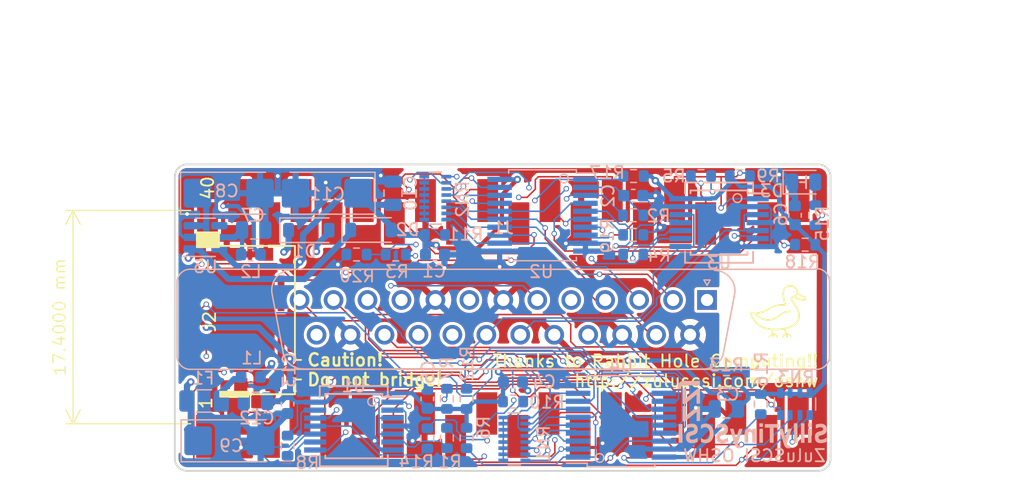
<source format=kicad_pcb>
(kicad_pcb (version 20221018) (generator pcbnew)
  (title_block (title "ZuluSCSI™ Pico OSHW") (date "2023-09-19") (rev "2023d"))
  (layers (0 "F.Cu" signal "Top") (1 "In1.Cu" signal) (2 "In2.Cu" signal) (31 "B.Cu" signal "Bottom") (35 "F.Paste" user) (36 "B.SilkS" user "B.Silkscreen") (37 "F.SilkS" user "F.Silkscreen") (38 "B.Mask" user) (39 "F.Mask" user) (44 "Edge.Cuts" user))
  (property "Brand" "ZuluSCSI™")
  (property "Copyright" "©2023 Rabbit Hole Computing LLC")
  (property "License" "Licensed under CERN Open Hardware License Strongly Reciprocal Version 2")
  (property "LicenseURL" "https://spdx.org/licenses/CERN-OHL-S-2.0.html")
  (property "Model" "Pico OSHW")
  (property "Url" "http://zuluscsi.com/oshw")
  (net 0 "")
  (net 1 "GND")
  (net 2 "~{SCSI_DB0}")
  (net 3 "~{SCSI_DB1}")
  (net 4 "~{SCSI_DB2}")
  (net 5 "~{SCSI_DB3}")
  (net 6 "~{SCSI_DB4}")
  (net 7 "~{SCSI_DB5}")
  (net 8 "~{SCSI_DB6}")
  (net 9 "~{SCSI_DB7}")
  (net 10 "~{SCSI_DBP}")
  (net 11 "Net-(D3-A)")
  (net 12 "TERMPWR_5V")
  (net 13 "~{SCSI_ATN}")
  (net 14 "~{SCSI_BSY}")
  (net 15 "~{SCSI_ACK}")
  (net 16 "~{SCSI_RST}")
  (net 17 "~{SCSI_MSG}")
  (net 18 "~{SCSI_SEL}")
  (net 19 "~{SCSI_REQ}")
  (net 20 "+5V")
  (net 21 "~{OUT_BSY}")
  (net 22 "~{OUT_RST}")
  (net 23 "~{OUT_SEL}")
  (net 24 "+3V0")
  (net 25 "Net-(F1-Pad1)")
  (net 27 "~{RC_ACK}")
  (net 28 "Net-(U6-VSYS)")
  (net 29 "~{SCSI_IO}")
  (net 30 "~{SCSI_CD}")
  (net 31 "/power/5V_IN")
  (net 32 "/cpu/SDIO_D1")
  (net 33 "/cpu/SDIO_D0")
  (net 34 "/cpu/SDIO_CLK")
  (net 35 "/cpu/SDIO_CMD")
  (net 36 "/cpu/SDIO_D3")
  (net 37 "/cpu/SDIO_D2")
  (net 38 "Net-(R1-Pad2)")
  (net 39 "/cpu/GPIO_RST")
  (net 40 "~{GPIO_IO}")
  (net 41 "~{GPIO_ACK}")
  (net 42 "/cpu/LED_SWO")
  (net 43 "Net-(U2-B1)")
  (net 44 "~{GPIO_DBP}")
  (net 45 "Net-(R4-Pad1)")
  (net 46 "~{DBGLOG}")
  (net 47 "Net-(R5-Pad2)")
  (net 48 "~{IN_RST}")
  (net 49 "~{GPIO_DB0}")
  (net 50 "~{GPIO_DB1}")
  (net 51 "~{GPIO_DB2}")
  (net 52 "~{GPIO_DB3}")
  (net 53 "~{GPIO_DB4}")
  (net 54 "~{GPIO_DB5}")
  (net 55 "~{GPIO_DB6}")
  (net 56 "~{GPIO_DB7}")
  (net 57 "Net-(RN1-R1.2)")
  (net 58 "Net-(RN2-R1.2)")
  (net 60 "~{GPIO_MSG_BSY}")
  (net 61 "~{GPIO_CD_SEL}")
  (net 63 "~{GPIO_ATN}")
  (net 64 "~{DATA_DIR}")
  (footprint "ZuluSCSI:duck" (layer "F.Cu") (at 157.2 62.2)
    (fp_text reference "G***" hide)
    (fp_text value "LOGO" hide)
  )
  (footprint "MicroSD:microsd_molex_1051620001" (layer "F.Cu") (at 113 62.8 -90)
    (fp_text reference "J2")
    (fp_text value "Micro_SD_Card_Det1" hide)
  )
  (footprint "MCU_RaspberryPi_and_Boards:RPi_Pico_W_SMD headers" (layer "F.Cu") (at 134.8 62.8 90)
    (fp_text reference "U6" hide)
    (fp_text value "Pico W" hide)
  )
  (footprint "Resistor_SMD:R_0603_1608Metric" (layer "B.Cu") (at 160.25 54.4 -90)
    (fp_text reference "R15")
    (fp_text value "51")
  )
  (footprint "Capacitor_SMD:C_0603_1608Metric" (layer "B.Cu") (at 135.6 68)
    (fp_text reference "C4")
    (fp_text value "100nF")
  )
  (footprint "Resistor_SMD:R_0603_1608Metric" (layer "B.Cu") (at 131.8 69.375 -90)
    (fp_text reference "R12")
    (fp_text value "110")
  )
  (footprint "Capacitor_SMD:C_0603_1608Metric" (layer "B.Cu") (at 128.6 69.375 90)
    (fp_text reference "C5")
    (fp_text value "100nF")
  )
  (footprint "Resistor_SMD:R_0603_1608Metric" (layer "B.Cu") (at 153 68)
    (fp_text reference "R13")
    (fp_text value "110")
  )
  (footprint "Capacitor_SMD:C_0805_2012Metric" (layer "B.Cu") (at 153 70.2 180)
    (fp_text reference "C3")
    (fp_text value "10uF")
  )
  (footprint "Capacitor_SMD:C_0603_1608Metric" (layer "B.Cu") (at 117.2 69.8 90)
    (fp_text reference "C13")
    (fp_text value "100nF")
  )
  (footprint "Capacitor_SMD:C_0805_2012Metric" (layer "B.Cu") (at 114.58 69.57)
    (fp_text reference "C12")
    (fp_text value "10uF")
  )
  (footprint "Resistor_SMD:R_0603_1608Metric" (layer "B.Cu") (at 145.4 54.4)
    (fp_text reference "R2")
    (fp_text value "110")
  )
  (footprint "Inductor_SMD:L_0603_1608Metric" (layer "B.Cu") (at 114.2 57.6 180)
    (fp_text reference "L2")
    (fp_text value "Ferrite_Bead_Small")
  )
  (footprint "LED_SMD:LED_0805_2012Metric" (layer "B.Cu") (at 159.3125 51.7)
    (fp_text reference "D3")
    (fp_text value "LED")
  )
  (footprint "Capacitor_SMD:C_0805_2012Metric" (layer "B.Cu") (at 125.8 52.6 90)
    (fp_text reference "C10")
    (fp_text value "10uF")
  )
  (footprint "Capacitor_SMD:C_0603_1608Metric" (layer "B.Cu") (at 145.4 52.8)
    (fp_text reference "C2")
    (fp_text value "12pF")
  )
  (footprint "Diode_SMD:D_SOD-123" (layer "B.Cu") (at 124 55.6)
    (fp_text reference "D2")
    (fp_text value "D_Schottky")
  )
  (footprint "Capacitor_SMD:C_0603_1608Metric" (layer "B.Cu") (at 129.225 57.6)
    (fp_text reference "C1")
    (fp_text value "100nF")
  )
  (footprint "Capacitor_SMD:C_0603_1608Metric" (layer "B.Cu") (at 158.6 54.4 -90)
    (fp_text reference "C6")
    (fp_text value "100nF")
  )
  (footprint "Resistor_SMD:R_0603_1608Metric" (layer "B.Cu") (at 130.2 72.575 -90)
    (fp_text reference "R1")
    (fp_text value "1k")
  )
  (footprint "Resistor_SMD:R_0603_1608Metric" (layer "B.Cu") (at 126.025 57.6 180)
    (fp_text reference "R3")
    (fp_text value "1k")
  )
  (footprint "Resistor_SMD:R_0603_1608Metric" (layer "B.Cu") (at 150.925 51.2)
    (fp_text reference "R5")
    (fp_text value "1k")
  )
  (footprint "Resistor_SMD:R_0603_1608Metric" (layer "B.Cu") (at 145.4 57.6)
    (fp_text reference "R4")
    (fp_text value "1k")
  )
  (footprint "Resistor_SMD:R_0603_1608Metric" (layer "B.Cu") (at 131.8 72.575 -90)
    (fp_text reference "R6")
    (fp_text value "4k7")
  )
  (footprint "Resistor_SMD:R_0603_1608Metric" (layer "B.Cu") (at 130.2 69.375 90)
    (fp_text reference "R7")
    (fp_text value "4k7")
  )
  (footprint "Resistor_SMD:R_0603_1608Metric" (layer "B.Cu") (at 117.2 73.2 -90)
    (fp_text reference "R8")
    (fp_text value "4k7")
  )
  (footprint "Resistor_SMD:R_0603_1608Metric" (layer "B.Cu") (at 154.1 51.2)
    (fp_text reference "R9")
    (fp_text value "4k7")
  )
  (footprint "ZuluSCSI:SSOP_TSSOP-14_4.4x5mm_Pitch0.65mm_PCBWay-MaskClearance0.22mm" (layer "B.Cu") (at 122.6 71.6 180)
    (fp_text reference "U1")
    (fp_text value "74LVT125")
  )
  (footprint "ZuluSCSI:SSOP_TSSOP-20_5.3x7.2mm_P0.65mm" (layer "B.Cu") (at 138 54.4 180)
    (fp_text reference "U2")
    (fp_text value "74LVT245")
  )
  (footprint "ZuluSCSI:SSOP_TSSOP-20_5.3x7.2mm_P0.65mm" (layer "B.Cu") (at 144.4 71.2)
    (fp_text reference "U4")
    (fp_text value "74LVT245")
  )
  (footprint "Resistor_SMD:R_0603_1608Metric" (layer "B.Cu") (at 128.6 72.6 90)
    (fp_text reference "R14")
    (fp_text value "4k7")
  )
  (footprint "Resistor_SMD:R_0603_1608Metric" (layer "B.Cu") (at 122.825 57.6 180)
    (fp_text reference "R20")
    (fp_text value "1k")
  )
  (footprint "Resistor_SMD:R_0603_1608Metric" (layer "B.Cu") (at 159.425 56.8 180)
    (fp_text reference "R18")
    (fp_text value "4k7")
  )
  (footprint "Resistor_SMD:R_0603_1608Metric" (layer "B.Cu") (at 145.4 56 180)
    (fp_text reference "R19")
    (fp_text value "4k7")
  )
  (footprint "Inductor_SMD:L_0603_1608Metric" (layer "B.Cu") (at 114.2 67.6)
    (fp_text reference "L1")
    (fp_text value "Ferrite_Bead_Small")
  )
  (footprint "ZuluSCSI:DSUB-25_Male_Vertical_Small Courtyard" (layer "B.Cu") (at 151.42 61.3097 180)
    (fp_text reference "J1")
    (fp_text value "DB25_Plug")
  )
  (footprint "Resistor_SMD:R_Array_Convex_4x0603" (layer "B.Cu") (at 158.6 69.8 90)
    (fp_text reference "RN3")
    (fp_text value "4k7")
  )
  (footprint "Diode_SMD:D_SOD-123" (layer "B.Cu") (at 118.93 55.62)
    (fp_text reference "D1")
    (fp_text value "D_Schottky")
  )
  (footprint "Resistor_SMD:R_0603_1608Metric" (layer "B.Cu") (at 135.6 69.6)
    (fp_text reference "R10")
    (fp_text value "10")
  )
  (footprint "Capacitor_Tantalum_SMD:CP_EIA-6032-15_Kemet-U_Pad2.25x2.35mm_HandSolder" (layer "B.Cu") (at 112.4 52.6)
    (fp_text reference "C8")
    (fp_text value "220uF")
  )
  (footprint "Capacitor_SMD:C_0805_2012Metric" (layer "B.Cu") (at 114.44 55.6)
    (fp_text reference "C7")
    (fp_text value "10uF")
  )
  (footprint "Package_TO_SOT_SMD:SOT-23-5" (layer "B.Cu") (at 110.5 56.2)
    (fp_text reference "U5")
    (fp_text value "TLV75728PDBVR")
  )
  (footprint "Resistor_SMD:R_0603_1608Metric" (layer "B.Cu") (at 155.8 69.8 90)
    (fp_text reference "R16")
    (fp_text value "4k7")
  )
  (footprint "Resistor_SMD:R_Array_Convex_8x0602" (layer "B.Cu") (at 129.25 53 180)
    (fp_text reference "RN2")
    (fp_text value "100")
  )
  (footprint "Capacitor_Tantalum_SMD:CP_EIA-6032-15_Kemet-U_Pad2.25x2.35mm_HandSolder" (layer "B.Cu") (at 112.45 72.8)
    (fp_text reference "C9")
    (fp_text value "220uF")
  )
  (footprint "Resistor_SMD:R_0603_1608Metric" (layer "B.Cu") (at 145.425 51.2 180)
    (fp_text reference "R17")
    (fp_text value "4k7")
  )
  (footprint "Capacitor_Tantalum_SMD:CP_EIA-6032-15_Kemet-U_Pad2.25x2.35mm_HandSolder" (layer "B.Cu") (at 120.4 52.6 180)
    (fp_text reference "C11")
    (fp_text value "220uF")
  )
  (footprint "Resistor_SMD:R_Array_Convex_8x0602" (layer "B.Cu") (at 135.7 72.65 180)
    (fp_text reference "RN1")
    (fp_text value "100")
  )
  (footprint "Resistor_SMD:R_0603_1608Metric" (layer "B.Cu") (at 129.225 56)
    (fp_text reference "R11")
    (fp_text value "10")
  )
  (footprint "ZuluSCSI:SSOP_TSSOP-14_4.4x5mm_Pitch0.65mm_PCBWay-MaskClearance0.22mm" (layer "B.Cu") (at 152.4 55 180)
    (fp_text reference "U3")
    (fp_text value "74LVT125")
  )
  (footprint "Fuse:Fuse_1206_3216Metric" (layer "B.Cu") (at 110.39 69.55 180)
    (fp_text reference "F1")
    (fp_text value "500mA Hold")
  )
  (gr_line (start 159.5 51.7) (end 159 51.7) (stroke (width 0.15)) (layer "B.SilkS"))
  (gr_line (start 159.5 52.2) (end 159.5 51.2) (stroke (width 0.15)) (layer "B.SilkS"))
  (gr_line (start 118.3 66.2) (end 117.8 66.2) (stroke (width 0.15)) (layer "F.SilkS"))
  (gr_line (start 114.4 69) (end 117.8 69) (stroke (width 0.15)) (layer "F.SilkS"))
  (gr_rect (start 111.7 68.8) (end 114 69.2) (stroke (width 0.15)) (fill solid) (layer "F.SilkS"))
  (gr_line (start 117.8 69) (end 117.8 67.8) (stroke (width 0.15)) (layer "F.SilkS"))
  (gr_line (start 117.8 66.2) (end 117.8 56.9) (stroke (width 0.15)) (layer "F.SilkS"))
  (gr_rect (start 109.8 55.8) (end 111.6 57) (stroke (width 0.15)) (fill solid) (layer "F.SilkS"))
  (gr_line (start 114 69) (end 114.4 69) (stroke (width 0.15)) (layer "F.SilkS"))
  (gr_line (start 117.8 56.9) (end 111.6 56.9) (stroke (width 0.15)) (layer "F.SilkS"))
  (gr_line (start 117.8 67.8) (end 118.3 67.8) (stroke (width 0.15)) (layer "F.SilkS"))
  (gr_arc (start 160.499999 50.25) (mid 161.207106 50.542893) (end 161.499999 51.25) (stroke (width 0.15)) (layer "Edge.Cuts"))
  (gr_line (start 108 51.25) (end 108.000001 74.250001) (stroke (width 0.15)) (layer "Edge.Cuts"))
  (gr_arc (start 108 51.25) (mid 108.292893 50.542893) (end 109 50.25) (stroke (width 0.15)) (layer "Edge.Cuts"))
  (gr_line (start 161.499999 74.249999) (end 161.5 51.25) (stroke (width 0.15)) (layer "Edge.Cuts"))
  (gr_arc (start 109.000001 75.250001) (mid 108.292894 74.957108) (end 108.000001 74.250001) (stroke (width 0.15)) (layer "Edge.Cuts"))
  (gr_line (start 109 50.249999) (end 160.499999 50.25) (stroke (width 0.15)) (layer "Edge.Cuts"))
  (gr_line (start 160.5 75.25) (end 109.000001 75.250001) (stroke (width 0.15)) (layer "Edge.Cuts"))
  (gr_arc (start 161.499999 74.249999) (mid 161.207106 74.957106) (end 160.499999 75.249999) (stroke (width 0.15)) (layer "Edge.Cuts"))
  (gr_text "ZZJ" (at 150 71.3 270) (layer "B.SilkS") (effects (font (size 1.4 1.4) (thickness 0.125)) (justify left mirror)))
  (gr_text "SillyTinySCSI\n\n" (at 161.3 73.6) (layer "B.SilkS") (effects (font (size 1.5 1.2) (thickness 0.2) bold) (justify left mirror)))
  (gr_text "ZuluSCSI OSHW" (at 161.2 74.6) (layer "B.SilkS") (effects (font (size 1 1) (thickness 0.153)) (justify left bottom mirror)))
  (gr_text "Caution!\nDo not bridge!" (at 118.7 68.4) (layer "F.SilkS") (effects (font (size 1 1) (thickness 0.2) bold) (justify left bottom)))
  (gr_text "Thanks to Rabbit Hole Computing!!\n${Url}" (at 160.6 67.1) (layer "F.SilkS") (effects (font (size 1 1) (thickness 0.153)) (justify right)))
  (segment (start 155.07 51.08) (end 157.3 51.08) (width 0.35) (layer "F.Cu") (net 1))
  (segment (start 154.2376 56.6624) (end 154.237587 56.662413) (width 0.35) (layer "F.Cu") (net 1))
  (segment (start 115.72 73.34) (end 113.4 73.34) (width 0.35) (layer "F.Cu") (net 1))
  (segment (start 115.42 54.52) (end 115.42 57.585) (width 0.35) (layer "F.Cu") (net 1))
  (segment (start 153.85 52.3) (end 155.07 51.08) (width 0.35) (layer "F.Cu") (net 1))
  (segment (start 154.2376 52.6876) (end 154.2376 56.6624) (width 0.35) (layer "F.Cu") (net 1))
  (segment (start 150.5 70.1) (end 152.42 70.1) (width 0.35) (layer "F.Cu") (net 1))
  (segment (start 152.42 70.1) (end 153.77 71.45) (width 0.35) (layer "F.Cu") (net 1))
  (segment (start 127.875 52.875) (end 126.520852 52.875) (width 0.35) (layer "F.Cu") (net 1))
  (segment (start 142.56 73.34) (end 142.9 73) (width 0.25) (layer "F.Cu") (net 1))
  (segment (start 141.07 73.34) (end 142.56 73.34) (width 0.25) (layer "F.Cu") (net 1))
  (segment (start 141.15 55.45) (end 139.9 56.7) (width 0.35) (layer "F.Cu") (net 1))
  (segment (start 128.37 71.83) (end 127.4 72.8) (width 0.25) (layer "F.Cu") (net 1))
  (segment (start 115.75 51.85) (end 116.4 51.2) (width 0.35) (layer "F.Cu") (net 1))
  (segment (start 115.75 54.19) (end 115.75 51.85) (width 0.35) (layer "F.Cu") (net 1))
  (segment (start 115.42 57.585) (end 112.235 57.585) (width 0.35) (layer "F.Cu") (net 1))
  (segment (start 126.520852 52.875) (end 124.8 51.154148) (width 0.35) (layer "F.Cu") (net 1))
  (via (at 142.9 73) (size 0.6) (drill 0.3) (layers "F.Cu" "B.Cu") (net 1))
  (via (at 113.4 73.34) (size 0.6) (drill 0.3) (layers "F.Cu" "B.Cu") (net 1))
  (via (at 120.31 51.73) (size 0.6) (drill 0.3) (layers "F.Cu" "B.Cu") (net 1))
  (via (at 126.8 68.1) (size 0.6) (drill 0.3) (layers "F.Cu" "B.Cu") (net 1))
  (via (at 127.4 72.8) (size 0.6) (drill 0.3) (layers "F.Cu" "B.Cu") (net 1))
  (via (at 121.3 58.42) (size 0.6) (drill 0.3) (layers "F.Cu" "B.Cu") (net 1))
  (via (at 138.429972 66.3875) (size 0.6) (drill 0.3) (layers "F.Cu" "B.Cu") (net 1))
  (via (at 109 54.3) (size 0.6) (drill 0.3) (layers "F.Cu" "B.Cu") (net 1))
  (via (at 147.6 55.4) (size 0.6) (drill 0.3) (layers "F.Cu" "B.Cu") (net 1))
  (via (at 139.9 56.7) (size 0.6) (drill 0.3) (layers "F.Cu" "B.Cu") (net 1))
  (via (at 147.2 52.8) (size 0.6) (drill 0.3) (layers "F.Cu" "B.Cu") (net 1))
  (via (at 150.5 70.1) (size 0.6) (drill 0.3) (layers "F.Cu" "B.Cu") (net 1))
  (via (at 124.8 51.154148) (size 0.6) (drill 0.3) (layers "F.Cu" "B.Cu") (net 1))
  (via (at 130 58.7) (size 0.6) (drill 0.3) (layers "F.Cu" "B.Cu") (net 1))
  (via (at 116.4 51.2) (size 0.6) (drill 0.3) (layers "F.Cu" "B.Cu") (net 1))
  (via (at 136.800487 68.7086) (size 0.6) (drill 0.3) (layers "F.Cu" "B.Cu") (net 1))
  (via (at 154.237587 56.662413) (size 0.45) (drill 0.3) (layers "F.Cu" "B.Cu") (net 1))
  (via (at 124.3 72.8) (size 0.6) (drill 0.3) (layers "F.Cu" "B.Cu") (net 1))
  (via (at 134.5 58.6) (size 0.6) (drill 0.3) (layers "F.Cu" "B.Cu") (net 1))
  (via (at 157.3 51.08) (size 0.6) (drill 0.3) (layers "F.Cu" "B.Cu") (net 1))
  (segment (start 156.6405 53.8905) (end 156.6405 54.6595) (width 0.127) (layer "B.Cu") (net 1))
  (segment (start 115.816 74.6155) (end 115 73.8) (width 0.127) (layer "B.Cu") (net 1))
  (segment (start 148.9 73.475) (end 152.05 70.325) (width 0.35) (layer "B.Cu") (net 1))
  (segment (start 147.4 53.7) (end 147.075 53.7) (width 0.127) (layer "B.Cu") (net 1))
  (segment (start 125.75 73.55) (end 124.85 73.55) (width 0.25) (layer "B.Cu") (net 1))
  (segment (start 125.75 71.6) (end 126.65 71.6) (width 0.127) (layer "B.Cu") (net 1))
  (segment (start 124.3 73) (end 124.3 72.8) (width 0.25) (layer "B.Cu") (net 1))
  (segment (start 108.7 56.2) (end 108.448 55.948) (width 0.25) (layer "B.Cu") (net 1))
  (segment (start 156.6405 56.7595) (end 156.45 56.95) (width 0.127) (layer "B.Cu") (net 1))
  (segment (start 147.4 53) (end 147.2 52.8) (width 0.127) (layer "B.Cu") (net 1))
  (segment (start 139.925 56.675) (end 139.9 56.7) (width 0.35) (layer "B.Cu") (net 1))
  (segment (start 122 57.72) (end 121.3 58.42) (width 0.127) (layer "B.Cu") (net 1))
  (segment (start 158.6 53.625) (end 158.6 51.925) (width 0.35) (layer "B.Cu") (net 1))
  (segment (start 114.95 52.6) (end 116.4 52.6) (width 0.5) (layer "B.Cu") (net 1))
  (segment (start 108.448 55.948) (end 108.448 54.852) (width 0.25) (layer "B.Cu") (net 1))
  (segment (start 140.317472 68.275) (end 138.429972 66.3875) (width 0.35) (layer "B.Cu") (net 1))
  (segment (start 155.55 53.7) (end 156.45 53.7) (width 0.127) (layer "B.Cu") (net 1))
  (segment (start 108.448 54.852) (end 109 54.3) (width 0.25) (layer "B.Cu") (net 1))
  (segment (start 130 57.6) (end 130 58.7) (width 0.35) (layer "B.Cu") (net 1))
  (segment (start 126.65 70.3) (end 126.8405 70.4905) (width 0.127) (layer "B.Cu") (net 1))
  (segment (start 117.85 52.6) (end 119.44 52.6) (width 0.5) (layer "B.Cu") (net 1))
  (segment (start 118.55 72.9) (end 117.866 73.5845) (width 0.127) (layer "B.Cu") (net 1))
  (segment (start 147.9 73.475) (end 148.9 73.475) (width 0.35) (layer "B.Cu") (net 1))
  (segment (start 117.671 74.6155) (end 115.816 74.6155) (width 0.127) (layer "B.Cu") (net 1))
  (segment (start 116.4 52.6) (end 117.85 52.6) (width 0.5) (layer "B.Cu") (net 1))
  (segment (start 117.866 74.421) (end 117.671 74.6155) (width 0.127) (layer "B.Cu") (net 1))
  (segment (start 118.3 72.30225) (end 117.30225 73.3) (width 0.127) (layer "B.Cu") (net 1))
  (segment (start 136.375 68.283113) (end 136.800487 68.7086) (width 0.35) (layer "B.Cu") (net 1))
  (segment (start 127.4 72.35) (end 127.4 72.8) (width 0.127) (layer "B.Cu") (net 1))
  (segment (start 119.44 52.6) (end 120.31 51.73) (width 0.5) (layer "B.Cu") (net 1))
  (segment (start 146.464395 55.760605) (end 147.239395 55.760605) (width 0.127) (layer "B.Cu") (net 1))
  (segment (start 158.375 51.7) (end 157.755 51.08) (width 0.35) (layer "B.Cu") (net 1))
  (segment (start 118.55 70.3) (end 118.3 70.55) (width 0.127) (layer "B.Cu") (net 1))
  (segment (start 156.45 56.95) (end 155.55 56.95) (width 0.127) (layer "B.Cu") (net 1))
  (segment (start 147.239395 55.760605) (end 147.6 55.4) (width 0.127) (layer "B.Cu") (net 1))
  (segment (start 149.25 53.7) (end 147.4 53.7) (width 0.127) (layer "B.Cu") (net 1))
  (segment (start 141.5 56.675) (end 139.925 56.675) (width 0.35) (layer "B.Cu") (net 1))
  (segment (start 155.55 56.95) (end 154.525174 56.95) (width 0.35) (layer "B.Cu") (net 1))
  (segment (start 116.4 51.2) (end 116.4 52.6) (width 0.5) (layer "B.Cu") (net 1))
  (segment (start 147.075 53.7) (end 146.175 52.8) (width 0.127) (layer "B.Cu") (net 1))
  (segment (start 119.45 70.3) (end 118.55 70.3) (width 0.127) (layer "B.Cu") (net 1))
  (segment (start 109.3625 56.2) (end 108.7 56.2) (width 0.25) (layer "B.Cu") (net 1))
  (segment (start 113.63 71.43) (end 115 72.8) (width 0.5) (layer "B.Cu") (net 1))
  (segment (start 117.2 70.6) (end 115 72.8) (width 0.5) (layer "B.Cu") (net 1))
  (segment (start 152.05 70.2) (end 150.6 70.2) (width 0.35) (layer "B.Cu") (net 1))
  (segment (start 117.866 73.5845) (end 117.866 74.421) (width 0.127) (layer "B.Cu") (net 1))
  (segment (start 155.55 55) (end 156.45 55) (width 0.127) (layer "B.Cu") (net 1))
  (segment (start 126.65 71.6) (end 127.4 72.35) (width 0.127) (layer "B.Cu") (net 1))
  (segment (start 124.85 73.55) (end 124.3 73) (width 0.25) (layer "B.Cu") (net 1))
  (segment (start 119.45 72.9) (end 118.55 72.9) (width 0.127) (layer "B.Cu") (net 1))
  (segment (start 154.525174 56.95) (end 154.237587 56.662413) (width 0.35) (layer "B.Cu") (net 1))
  (segment (start 147.4 53.7) (end 147.4 53) (width 0.127) (layer "B.Cu") (net 1))
  (segment (start 117.30225 73.3) (end 115.5 73.3) (width 0.127) (layer "B.Cu") (net 1))
  (segment (start 134.5 57.325) (end 134.5 58.6) (width 0.35) (layer "B.Cu") (net 1))
  (segment (start 126.6 71.6) (end 125.75 71.6) (width 0.127) (layer "B.Cu") (net 1))
  (segment (start 126.8405 71.3595) (end 126.6 71.6) (width 0.127) (layer "B.Cu") (net 1))
  (segment (start 124.8 51.154148) (end 120.9 51.154148) (width 0.25) (layer "B.Cu") (net 1))
  (segment (start 114.46 73.34) (end 113.4 73.34) (width 0.5) (layer "B.Cu") (net 1))
  (segment (start 156.45 53.7) (end 156.6405 53.8905) (width 0.127) (layer "B.Cu") (net 1))
  (segment (start 126.8405 70.4905) (end 126.8405 71.3595) (width 0.127) (layer "B.Cu") (net 1))
  (segment (start 156.6405 54.6595) (end 156.3 55) (width 0.127) (layer "B.Cu") (net 1))
  (segment (start 115.39 55.6) (end 115.39 53.04) (width 0.5) (layer "B.Cu") (net 1))
  (segment (start 128.6 68.6) (end 128.1 68.1) (width 0.35) (layer "B.Cu") (net 1))
  (segment (start 113.63 69.57) (end 113.63 71.43) (width 0.5) (layer "B.Cu") (net 1))
  (segment (start 157.755 51.08) (end 157.3 51.08) (width 0.35) (layer "B.Cu") (net 1))
  (segment (start 120.9 51.154148) (end 120.885852 51.154148) (width 0.25) (layer "B.Cu") (net 1))
  (segment (start 128.1 68.1) (end 126.8 68.1) (width 0.35) (layer "B.Cu") (net 1))
  (segment (start 120.885852 51.154148) (end 120.31 51.73) (width 0.25) (layer "B.Cu") (net 1))
  (segment (start 118.3 70.55) (end 118.3 72.30225) (width 0.127) (layer "B.Cu") (net 1))
  (segment (start 156.6405 55.1905) (end 156.6405 56.7595) (width 0.127) (layer "B.Cu") (net 1))
  (segment (start 141.5 57.325) (end 141.5 56.675) (width 0.35) (layer "B.Cu") (net 1))
  (segment (start 125.75 70.3) (end 126.65 70.3) (width 0.127) (layer "B.Cu") (net 1))
  (segment (start 125.295852 51.65) (end 124.8 51.154148) (width 0.25) (layer "B.Cu") (net 1))
  (segment (start 156.45 55) (end 156.6405 55.1905) (width 0.127) (layer "B.Cu") (net 1))
  (segment (start 150.6 70.2) (end 150.5 70.1) (width 0.35) (layer "B.Cu") (net 1))
  (via (at 139.529998 73.475) (size 0.45) (drill 0.3) (layers "F.Cu" "B.Cu") (net 2))
  (segment (start 138.604998 74.4) (end 139.529998 73.475) (width 0.127) (layer "B.Cu") (net 2))
  (segment (start 140.9 73.475) (end 139.529998 73.475) (width 0.127) (layer "B.Cu") (net 2))
  (segment (start 136.6 74.4) (end 138.604998 74.4) (width 0.127) (layer "B.Cu") (net 2))
  (via (at 138.43 73.58) (size 0.45) (drill 0.3) (layers "F.Cu" "B.Cu") (net 3))
  (segment (start 139.197987 72.262501) (end 139.760486 72.825) (width 0.127) (layer "B.Cu") (net 3))
  (segment (start 138.43 72.646512) (end 138.814011 72.262501) (width 0.127) (layer "B.Cu") (net 3))
  (segment (start 139.760486 72.825) (end 140.9 72.825) (width 0.127) (layer "B.Cu") (net 3))
  (segment (start 136.6 73.9) (end 136.7513 74.0513) (width 0.127) (layer "B.Cu") (net 3))
  (segment (start 137.9587 74.0513) (end 138.43 73.58) (width 0.127) (layer "B.Cu") (net 3))
  (segment (start 138.814011 72.262501) (end 139.197987 72.262501) (width 0.127) (layer "B.Cu") (net 3))
  (segment (start 138.43 73.58) (end 138.43 72.646512) (width 0.127) (layer "B.Cu") (net 3))
  (segment (start 136.7513 74.0513) (end 137.9587 74.0513) (width 0.127) (layer "B.Cu") (net 3))
  (via (at 137.5174 73.5878) (size 0.45) (drill 0.3) (layers "F.Cu" "B.Cu") (net 4))
  (segment (start 140.685 71.96) (end 140.9 72.175) (width 0.127) (layer "B.Cu") (net 4))
  (segment (start 137.3296 73.4) (end 136.6 73.4) (width 0.127) (layer "B.Cu") (net 4))
  (segment (start 137.5174 73.4) (end 138.176 72.7414) (width 0.127) (layer "B.Cu") (net 4))
  (segment (start 136.6 73.4) (end 137.5174 73.4) (width 0.127) (layer "B.Cu") (net 4))
  (segment (start 138.176 72.7414) (end 138.176 72.449302) (width 0.127) (layer "B.Cu") (net 4))
  (segment (start 138.665302 71.96) (end 140.685 71.96) (width 0.127) (layer "B.Cu") (net 4))
  (segment (start 137.5174 73.5878) (end 137.3296 73.4) (width 0.127) (layer "B.Cu") (net 4))
  (segment (start 137.5174 73.4) (end 137.5174 73.5878) (width 0.127) (layer "B.Cu") (net 4))
  (segment (start 138.176 72.449302) (end 138.665302 71.96) (width 0.127) (layer "B.Cu") (net 4))
  (via (at 137.4 72.63) (size 0.45) (drill 0.3) (layers "F.Cu" "B.Cu") (net 5))
  (segment (start 138.345 71.525) (end 140.9 71.525) (width 0.127) (layer "B.Cu") (net 5))
  (segment (start 136.6 72.9) (end 136.97 72.9) (width 0.127) (layer "B.Cu") (net 5))
  (segment (start 136.97 72.9) (end 138.345 71.525) (width 0.127) (layer "B.Cu") (net 5))
  (segment (start 126.136 65.1807) (end 139.21149 65.1807) (width 0.127) (layer "F.Cu") (net 6))
  (segment (start 139.21149 65.1807) (end 140.407342 66.376552) (width 0.127) (layer "F.Cu") (net 6))
  (segment (start 140.407342 66.376552) (end 140.863448 66.376552) (width 0.127) (layer "F.Cu") (net 6))
  (segment (start 125.105 64.1497) (end 126.136 65.1807) (width 0.127) (layer "F.Cu") (net 6))
  (via (at 140.863448 66.376552) (size 0.45) (drill 0.3) (layers "F.Cu" "B.Cu") (net 6))
  (segment (start 140.9 70.875) (end 142.0924 70.875) (width 0.127) (layer "B.Cu") (net 6))
  (segment (start 136.93 72.4) (end 138.455 70.875) (width 0.127) (layer "B.Cu") (net 6))
  (segment (start 138.455 70.875) (end 140.9 70.875) (width 0.127) (layer "B.Cu") (net 6))
  (segment (start 142.5 70.4674) (end 142.5 68.013104) (width 0.127) (layer "B.Cu") (net 6))
  (segment (start 142.5 68.013104) (end 140.863448 66.376552) (width 0.127) (layer "B.Cu") (net 6))
  (segment (start 142.0924 70.875) (end 142.5 70.4674) (width 0.127) (layer "B.Cu") (net 6))
  (segment (start 133.031988 66.6335) (end 131.4642 66.6335) (width 0.127) (layer "F.Cu") (net 7))
  (segment (start 131.4642 66.6335) (end 131.2882 66.4575) (width 0.127) (layer "F.Cu") (net 7))
  (segment (start 133.465488 66.2) (end 133.031988 66.6335) (width 0.127) (layer "F.Cu") (net 7))
  (segment (start 135.3 66.2) (end 133.465488 66.2) (width 0.127) (layer "F.Cu") (net 7))
  (via (at 131.2882 66.4575) (size 0.45) (drill 0.3) (layers "F.Cu" "B.Cu") (net 7))
  (via (at 135.3 66.2) (size 0.45) (drill 0.3) (layers "F.Cu" "B.Cu") (net 7))
  (segment (start 136.0076 71.7076) (end 136.0076 70.6225) (width 0.127) (layer "B.Cu") (net 7))
  (segment (start 137.4 69.6814) (end 137.4 67.9271) (width 0.127) (layer "B.Cu") (net 7))
  (segment (start 126.4901 64.0798) (end 126.4901 64.2124) (width 0.127) (layer "B.Cu") (net 7))
  (segment (start 136.2 71.9) (end 136.0076 71.7076) (width 0.127) (layer "B.Cu") (net 7))
  (segment (start 137.07079 71.9) (end 138.74579 70.225) (width 0.127) (layer "B.Cu") (net 7))
  (segment (start 137.4 67.9271) (end 136.434704 66.961804) (width 0.127) (layer "B.Cu") (net 7))
  (segment (start 123.72 61.3097) (end 126.4901 64.0798) (width 0.127) (layer "B.Cu") (net 7))
  (segment (start 136.0076 70.6225) (end 136.2947 70.3354) (width 0.127) (layer "B.Cu") (net 7))
  (segment (start 136.6 71.9) (end 136.2 71.9) (width 0.127) (layer "B.Cu") (net 7))
  (segment (start 136.061804 66.961804) (end 135.3 66.2) (width 0.127) (layer "B.Cu") (net 7))
  (segment (start 136.2947 70.3354) (end 136.746 70.3354) (width 0.127) (layer "B.Cu") (net 7))
  (segment (start 128.7352 66.4575) (end 131.2882 66.4575) (width 0.127) (layer "B.Cu") (net 7))
  (segment (start 126.4901 64.2124) (end 128.7352 66.4575) (width 0.127) (layer "B.Cu") (net 7))
  (segment (start 138.74579 70.225) (end 140.9 70.225) (width 0.127) (layer "B.Cu") (net 7))
  (segment (start 136.8962 71.9) (end 137.07079 71.9) (width 0.127) (layer "B.Cu") (net 7))
  (segment (start 136.434704 66.961804) (end 136.061804 66.961804) (width 0.127) (layer "B.Cu") (net 7))
  (segment (start 136.746 70.3354) (end 137.4 69.6814) (width 0.127) (layer "B.Cu") (net 7))
  (segment (start 139.66 66.29) (end 138.81 65.44) (width 0.127) (layer "F.Cu") (net 8))
  (segment (start 123.81 64.51) (end 123.81 63.25079) (width 0.127) (layer "F.Cu") (net 8))
  (segment (start 123.81 63.25079) (end 123.31321 62.754) (width 0.127) (layer "F.Cu") (net 8))
  (segment (start 123.31321 62.754) (end 122.3943 62.754) (width 0.127) (layer "F.Cu") (net 8))
  (segment (start 122.3943 62.754) (end 120.95 61.3097) (width 0.127) (layer "F.Cu") (net 8))
  (segment (start 124.74 65.44) (end 123.81 64.51) (width 0.127) (layer "F.Cu") (net 8))
  (segment (start 138.81 65.44) (end 124.74 65.44) (width 0.127) (layer "F.Cu") (net 8))
  (via (at 139.66 66.29) (size 0.45) (drill 0.3) (layers "F.Cu" "B.Cu") (net 8))
  (segment (start 136.8962 71.4) (end 137.1924 71.4) (width 0.127) (layer "B.Cu") (net 8))
  (segment (start 141.409408 67.3) (end 140.67 67.3) (width 0.127) (layer "B.Cu") (net 8))
  (segment (start 140.67 67.3) (end 139.66 66.29) (width 0.127) (layer "B.Cu") (net 8))
  (segment (start 142.2 69.275) (end 142.2 68.090592) (width 0.127) (layer "B.Cu") (net 8))
  (segment (start 142.2 68.090592) (end 141.409408 67.3) (width 0.127) (layer "B.Cu") (net 8))
  (segment (start 140.9 69.575) (end 141.9 69.575) (width 0.127) (layer "B.Cu") (net 8))
  (segment (start 141.9 69.575) (end 142.2 69.275) (width 0.127) (layer "B.Cu") (net 8))
  (segment (start 139.0174 69.575) (end 140.9 69.575) (width 0.127) (layer "B.Cu") (net 8))
  (segment (start 137.1924 71.4) (end 139.0174 69.575) (width 0.127) (layer "B.Cu") (net 8))
  (segment (start 123.208 63.008) (end 123.556 63.356) (width 0.127) (layer "F.Cu") (net 9))
  (segment (start 135.694 65.694) (end 136.2 66.2) (width 0.127) (layer "F.Cu") (net 9))
  (segment (start 118.18 61.3097) (end 119.8783 63.008) (width 0.127) (layer "F.Cu") (net 9))
  (segment (start 119.8783 63.008) (end 123.208 63.008) (width 0.127) (layer "F.Cu") (net 9))
  (segment (start 123.556 64.61521) (end 124.63479 65.694) (width 0.127) (layer "F.Cu") (net 9))
  (segment (start 124.63479 65.694) (end 135.694 65.694) (width 0.127) (layer "F.Cu") (net 9))
  (segment (start 123.556 63.356) (end 123.556 64.61521) (width 0.127) (layer "F.Cu") (net 9))
  (via (at 136.2 66.2) (size 0.45) (drill 0.3) (layers "F.Cu" "B.Cu") (net 9))
  (segment (start 140.9 68.925) (end 138.6103 68.925) (width 0.127) (layer "B.Cu") (net 9))
  (segment (start 138.6103 68.925) (end 138.6103 68.6103) (width 0.127) (layer "B.Cu") (net 9))
  (segment (start 138.6103 68.925) (end 138.6103 69.4821) (width 0.127) (layer "B.Cu") (net 9))
  (segment (start 138.6103 68.6103) (end 136.2 66.2) (width 0.127) (layer "B.Cu") (net 9))
  (segment (start 138.6103 69.4821) (end 137.1924 70.9) (width 0.127) (layer "B.Cu") (net 9))
  (segment (start 136.6 70.9) (end 137.1924 70.9) (width 0.127) (layer "B.Cu") (net 9))
  (segment (start 147.046 59.154) (end 149.25 56.95) (width 0.127) (layer "B.Cu") (net 10))
  (segment (start 131.6785 66.796012) (end 131.6785 68.4285) (width 0.127) (layer "B.Cu") (net 10))
  (segment (start 132.3765 65.1882) (end 132.3765 66.098012) (width 0.127) (layer "B.Cu") (net 10))
  (segment (start 133.415 64.1497) (end 134.7835 62.7812) (width 0.127) (layer "B.Cu") (net 10))
  (segment (start 149.25 56.95) (end 150.3424 56.95) (width 0.127) (layer "B.Cu") (net 10))
  (segment (start 150.3424 54.35) (end 150.3424 56.95) (width 0.127) (layer "B.Cu") (net 10))
  (segment (start 149.25 54.35) (end 150.3424 54.35) (width 0.127) (layer "B.Cu") (net 10))
  (segment (start 145.8474 62.7812) (end 147.046 61.5826) (width 0.127) (layer "B.Cu") (net 10))
  (segment (start 133.415 64.1497) (end 132.3765 65.1882) (width 0.127) (layer "B.Cu") (net 10))
  (segment (start 132.3765 66.098012) (end 131.6785 66.796012) (width 0.127) (layer "B.Cu") (net 10))
  (segment (start 147.046 61.5826) (end 147.046 59.154) (width 0.127) (layer "B.Cu") (net 10))
  (segment (start 134.7835 62.7812) (end 145.8474 62.7812) (width 0.127) (layer "B.Cu") (net 10))
  (segment (start 160.25 51.7) (end 160.25 53.575) (width 0.127) (layer "B.Cu") (net 11))
  (via (at 119.554 57.35352) (size 0.6) (drill 0.3) (layers "F.Cu" "B.Cu") (net 12))
  (segment (start 120.58 55.82) (end 119.554 56.846) (width 0.5) (layer "B.Cu") (net 12))
  (segment (start 119.554 56.846) (end 119.554 57.35352) (width 0.5) (layer "B.Cu") (net 12))
  (via (at 142.89 55.6189) (size 0.45) (drill 0.3) (layers "F.Cu" "B.Cu") (net 13))
  (segment (start 141.725 64.1497) (end 143.1148 65.5395) (width 0.127) (layer "B.Cu") (net 13))
  (segment (start 141.5 55.375) (end 142.6924 55.375) (width 0.127) (layer "B.Cu") (net 13))
  (segment (start 143.1148 65.5395) (end 149.7145 65.5395) (width 0.127) (layer "B.Cu") (net 13))
  (segment (start 142.6924 55.375) (end 142.6924 55.4213) (width 0.127) (layer "B.Cu") (net 13))
  (segment (start 149.7145 65.5395) (end 152.175 68) (width 0.127) (layer "B.Cu") (net 13))
  (segment (start 142.6924 55.4213) (end 142.89 55.6189) (width 0.127) (layer "B.Cu") (net 13))
  (via (at 124.495 69.4887) (size 0.45) (drill 0.3) (layers "F.Cu" "B.Cu") (net 14))
  (via (at 125.6309 60.1477) (size 0.45) (drill 0.3) (layers "F.Cu" "B.Cu") (net 14))
  (via (at 127.1787 51.5) (size 0.45) (drill 0.3) (layers "F.Cu" "B.Cu") (net 14))
  (segment (start 125.75 72.25) (end 124.6576 72.25) (width 0.127) (layer "B.Cu") (net 14))
  (segment (start 128.8297 50.9076) (end 127.7711 50.9076) (width 0.127) (layer "B.Cu") (net 14))
  (segment (start 124.6576 70.95) (end 124.6576 69.6513) (width 0.127) (layer "B.Cu") (net 14))
  (segment (start 130.15 51.75) (end 129.6721 51.75) (width 0.127) (layer "B.Cu") (net 14))
  (segment (start 136.408 60.1477) (end 125.6309 60.1477) (width 0.127) (layer "B.Cu") (net 14))
  (segment (start 129.6721 51.75) (end 128.8297 50.9076) (width 0.127) (layer "B.Cu") (net 14))
  (segment (start 127.7711 50.9076) (end 127.1787 51.5) (width 0.127) (layer "B.Cu") (net 14))
  (segment (start 124.6576 72.25) (end 124.6576 70.95) (width 0.127) (layer "B.Cu") (net 14))
  (segment (start 137.57 61.3097) (end 136.408 60.1477) (width 0.127) (layer "B.Cu") (net 14))
  (segment (start 124.6576 69.6513) (end 124.495 69.4887) (width 0.127) (layer "B.Cu") (net 14))
  (segment (start 125.75 70.95) (end 124.6576 70.95) (width 0.127) (layer "B.Cu") (net 14))
  (via (at 136.8935 52.1496) (size 0.45) (drill 0.3) (layers "F.Cu" "B.Cu") (net 15))
  (via (at 139.96 53.060002) (size 0.45) (drill 0.3) (layers "F.Cu" "B.Cu") (net 15))
  (segment (start 131.358012 51.556498) (end 132.010461 50.904049) (width 0.127) (layer "B.Cu") (net 15))
  (segment (start 132.010461 50.904049) (end 136.059721 50.904049) (width 0.127) (layer "B.Cu") (net 15))
  (segment (start 141.5 52.775) (end 142.95 52.775) (width 0.127) (layer "B.Cu") (net 15))
  (segment (start 131.358012 51.5765) (end 131.358012 51.556498) (width 0.127) (layer "B.Cu") (net 15))
  (segment (start 130.15 52.25) (end 130.684512 52.25) (width 0.127) (layer "B.Cu") (net 15))
  (segment (start 140.245002 52.775) (end 139.96 53.060002) (width 0.127) (layer "B.Cu") (net 15))
  (segment (start 141.5 52.775) (end 140.245002 52.775) (width 0.127) (layer "B.Cu") (net 15))
  (segment (start 136.059721 50.904049) (end 136.8935 51.737828) (width 0.127) (layer "B.Cu") (net 15))
  (segment (start 136.8935 51.737828) (end 136.8935 52.1496) (width 0.127) (layer "B.Cu") (net 15))
  (segment (start 130.684512 52.25) (end 131.358012 51.5765) (width 0.127) (layer "B.Cu") (net 15))
  (segment (start 142.95 52.775) (end 144.575 54.4) (width 0.127) (layer "B.Cu") (net 15))
  (segment (start 142.31 61.3097) (end 139.0703 58.07) (width 0.127) (layer "F.Cu") (net 16))
  (segment (start 127.918388 58.07) (end 126.918388 59.07) (width 0.127) (layer "F.Cu") (net 16))
  (segment (start 139.0703 58.07) (end 135.4358 58.07) (width 0.127) (layer "F.Cu") (net 16))
  (segment (start 143.11 61.3097) (end 142.31 61.3097) (width 0.127) (layer "F.Cu") (net 16))
  (segment (start 126.918388 59.07) (end 121.9424 59.07) (width 0.127) (layer "F.Cu") (net 16))
  (segment (start 135.4358 58.07) (end 127.918388 58.07) (width 0.127) (layer "F.Cu") (net 16))
  (via (at 131.55 52.04) (size 0.45) (drill 0.3) (layers "F.Cu" "B.Cu") (net 16))
  (via (at 135.4358 58.07) (size 0.45) (drill 0.3) (layers "F.Cu" "B.Cu") (net 16))
  (via (at 121.199998 70.2775) (size 0.45) (drill 0.3) (layers "F.Cu" "B.Cu") (net 16))
  (via (at 121.9424 59.07) (size 0.45) (drill 0.3) (layers "F.Cu" "B.Cu") (net 16))
  (via (at 121.9407 72.1) (size 0.45) (drill 0.3) (layers "F.Cu" "B.Cu") (net 16))
  (segment (start 130.84 52.75) (end 131.55 52.04) (width 0.127) (layer "B.Cu") (net 16))
  (segment (start 120.4907 73.55) (end 121.9407 72.1) (width 0.127) (layer "B.Cu") (net 16))
  (segment (start 130.4462 52.75) (end 130.84 52.75) (width 0.127) (layer "B.Cu") (net 16))
  (segment (start 119.45 70.95) (end 120.527498 70.95) (width 0.127) (layer "B.Cu") (net 16))
  (segment (start 119.45 73.55) (end 120.4907 73.55) (width 0.127) (layer "B.Cu") (net 16))
  (segment (start 120.527498 70.95) (end 121.199998 70.2775) (width 0.127) (layer "B.Cu") (net 16))
  (segment (start 142.6496 59.2122) (end 146.5525 59.2122) (width 0.127) (layer "F.Cu") (net 17))
  (segment (start 146.5525 59.2122) (end 148.65 61.3097) (width 0.127) (layer "F.Cu") (net 17))
  (via (at 142.6496 59.2122) (size 0.45) (drill 0.3) (layers "F.Cu" "B.Cu") (net 17))
  (segment (start 140.94899 59.2122) (end 142.6496 59.2122) (width 0.127) (layer "B.Cu") (net 17))
  (segment (start 130.15 54.75) (end 130.7424 54.75) (width 0.127) (layer "B.Cu") (net 17))
  (segment (start 134.5 56.675) (end 138.41179 56.675) (width 0.127) (layer "B.Cu") (net 17))
  (segment (start 132.6674 56.675) (end 134.5 56.675) (width 0.127) (layer "B.Cu") (net 17))
  (segment (start 130.7424 54.75) (end 132.6674 56.675) (width 0.127) (layer "B.Cu") (net 17))
  (segment (start 138.41179 56.675) (end 140.94899 59.2122) (width 0.127) (layer "B.Cu") (net 17))
  (via (at 131 51.25) (size 0.45) (drill 0.3) (layers "F.Cu" "B.Cu") (net 18))
  (segment (start 147.3 61.2176) (end 152.8676 55.65) (width 0.127) (layer "B.Cu") (net 18))
  (segment (start 137.2961 63.0386) (end 145.9895 63.0386) (width 0.127) (layer "B.Cu") (net 18))
  (segment (start 136.185 64.1497) (end 137.2961 63.0386) (width 0.127) (layer "B.Cu") (net 18))
  (segment (start 153.438812 55.65) (end 153.470612 55.6182) (width 0.127) (layer "B.Cu") (net 18))
  (segment (start 153.470612 55.6182) (end 153.854588 55.6182) (width 0.127) (layer "B.Cu") (net 18))
  (segment (start 152.8676 55.65) (end 153.438812 55.65) (width 0.127) (layer "B.Cu") (net 18))
  (segment (start 155.55 55.65) (end 154.4576 55.65) (width 0.127) (layer "B.Cu") (net 18))
  (segment (start 153.854588 55.6182) (end 153.886388 55.65) (width 0.127) (layer "B.Cu") (net 18))
  (segment (start 155.55 54.35) (end 154.4576 54.35) (width 0.127) (layer "B.Cu") (net 18))
  (segment (start 130.15 51.25) (end 131 51.25) (width 0.127) (layer "B.Cu") (net 18))
  (segment (start 154.4576 55.65) (end 154.4576 54.35) (width 0.127) (layer "B.Cu") (net 18))
  (segment (start 153.886388 55.65) (end 154.4576 55.65) (width 0.127) (layer "B.Cu") (net 18))
  (segment (start 145.9895 63.0386) (end 147.3 61.7281) (width 0.127) (layer "B.Cu") (net 18))
  (segment (start 147.3 61.7281) (end 147.3 61.2176) (width 0.127) (layer "B.Cu") (net 18))
  (via (at 139.94 52.23) (size 0.45) (drill 0.3) (layers "F.Cu" "B.Cu") (net 19))
  (segment (start 138.095 54.075) (end 139.94 52.23) (width 0.127) (layer "B.Cu") (net 19))
  (segment (start 131.072612 53.25) (end 131.897612 54.075) (width 0.127) (layer "B.Cu") (net 19))
  (segment (start 130.15 53.25) (end 131.072612 53.25) (width 0.127) (layer "B.Cu") (net 19))
  (segment (start 131.897612 54.075) (end 134.5 54.075) (width 0.127) (layer "B.Cu") (net 19))
  (segment (start 134.5 54.075) (end 138.095 54.075) (width 0.127) (layer "B.Cu") (net 19))
  (via (at 109.1 57.9) (size 0.6) (drill 0.3) (layers "F.Cu" "B.Cu") (net 20))
  (via (at 109.3 68) (size 0.6) (drill 0.3) (layers "F.Cu" "B.Cu") (net 20))
  (segment (start 109.3 69.86) (end 109.3 71.58) (width 0.5) (layer "B.Cu") (net 20))
  (segment (start 108.99 69.55) (end 108.99 68.31) (width 0.5) (layer "B.Cu") (net 20))
  (segment (start 108.99 68.31) (end 109.3 68) (width 0.5) (layer "B.Cu") (net 20))
  (segment (start 109.3625 57.15) (end 109.3625 57.6375) (width 0.5) (layer "B.Cu") (net 20))
  (segment (start 109.3 71.58) (end 108.99 71.89) (width 0.5) (layer "B.Cu") (net 20))
  (segment (start 112.375 59.6) (end 109.925 57.15) (width 0.5) (layer "B.Cu") (net 20))
  (segment (start 112.89 56.2) (end 110.564 56.2) (width 0.5) (layer "B.Cu") (net 20))
  (segment (start 113.49 55.6) (end 113.49 57.5225) (width 0.35) (layer "B.Cu") (net 20))
  (segment (start 109.925 57.15) (end 110.564 56.511) (width 0.5) (layer "B.Cu") (net 20))
  (segment (start 122.35 55.85) (end 118.6 59.6) (width 0.5) (layer "B.Cu") (net 20))
  (segment (start 110.564 56.511) (end 110.564 56.2) (width 0.5) (layer "B.Cu") (net 20))
  (segment (start 109.2625 57.15) (end 109.925 57.15) (width 0.5) (layer "B.Cu") (net 20))
  (segment (start 110.564 56.511) (end 110.564 53.314) (width 0.5) (layer "B.Cu") (net 20))
  (segment (start 113.49 55.6) (end 112.89 56.2) (width 0.5) (layer "B.Cu") (net 20))
  (segment (start 109.3625 57.6375) (end 109.1 57.9) (width 0.5) (layer "B.Cu") (net 20))
  (segment (start 118.6 59.6) (end 112.375 59.6) (width 0.5) (layer "B.Cu") (net 20))
  (segment (start 110.314 55.25) (end 109.3625 55.25) (width 0.5) (layer "B.Cu") (net 20))
  (segment (start 126.808012 51.0365) (end 126.5365 51.308012) (width 0.127) (layer "F.Cu") (net 21))
  (segment (start 130.814212 52.1203) (end 131.566963 51.367549) (width 0.127) (layer "F.Cu") (net 21))
  (segment (start 126.5365 51.7365) (end 127.1 52.3) (width 0.127) (layer "F.Cu") (net 21))
  (segment (start 130.99 54.19) (end 130.99 53.1476) (width 0.127) (layer "F.Cu") (net 21))
  (segment (start 131.566963 51.367549) (end 132.202449 51.367549) (width 0.127) (layer "F.Cu") (net 21))
  (segment (start 130.7358 52.1203) (end 130.814212 52.1203) (width 0.127) (layer "F.Cu") (net 21))
  (segment (start 129.652 51.0365) (end 126.808012 51.0365) (width 0.127) (layer "F.Cu") (net 21))
  (segment (start 130.7358 52.8934) (end 130.99 53.1476) (width 0.127) (layer "F.Cu") (net 21))
  (segment (start 126.5365 51.308012) (end 126.5365 51.7365) (width 0.127) (layer "F.Cu") (net 21))
  (segment (start 130.7358 52.1203) (end 130.7358 52.8934) (width 0.127) (layer "F.Cu") (net 21))
  (segment (start 130.7358 52.1203) (end 129.652 51.0365) (width 0.127) (layer "F.Cu") (net 21))
  (via (at 127.1113 69.984) (size 0.45) (drill 0.3) (layers "F.Cu" "B.Cu") (net 21))
  (via (at 127.1 52.3) (size 0.45) (drill 0.3) (layers "F.Cu" "B.Cu") (net 21))
  (via (at 129.9996 69.4166) (size 0.45) (drill 0.3) (layers "F.Cu" "B.Cu") (net 21))
  (via (at 132.202449 51.367549) (size 0.45) (drill 0.3) (layers "F.Cu" "B.Cu") (net 21))
  (segment (start 130.2 68.55) (end 130.2 69.2162) (width 0.127) (layer "B.Cu") (net 21))
  (segment (start 132.9599 52.125) (end 132.202449 51.367549) (width 0.127) (layer "B.Cu") (net 21))
  (segment (start 134.5 52.125) (end 132.9599 52.125) (width 0.127) (layer "B.Cu") (net 21))
  (segment (start 125.75 69.65) (end 126.8424 69.65) (width 0.127) (layer "B.Cu") (net 21))
  (segment (start 126.8424 69.7151) (end 126.8424 69.65) (width 0.127) (layer "B.Cu") (net 21))
  (segment (start 127.1113 69.984) (end 126.8424 69.7151) (width 0.127) (layer "B.Cu") (net 21))
  (segment (start 130.2 69.2162) (end 129.9996 69.4166) (width 0.127) (layer "B.Cu") (net 21))
  (segment (start 117.2 73.76146) (end 118.71146 72.25) (width 0.127) (layer "B.Cu") (net 22))
  (segment (start 148.77 51.2576) (end 152.5688 51.2576) (width 0.127) (layer "F.Cu") (net 23))
  (segment (start 152.5688 51.2576) (end 152.5688 53.8037) (width 0.127) (layer "F.Cu") (net 23))
  (segment (start 153.803394 51.2576) (end 154.109994 50.951) (width 0.127) (layer "F.Cu") (net 23))
  (segment (start 148.77 52.3) (end 148.77 51.2576) (width 0.127) (layer "F.Cu") (net 23))
  (segment (start 152.5688 51.2576) (end 153.803394 51.2576) (width 0.127) (layer "F.Cu") (net 23))
  (via (at 152.5688 53.8037) (size 0.45) (drill 0.3) (layers "F.Cu" "B.Cu") (net 23))
  (via (at 154.109994 50.951) (size 0.45) (drill 0.3) (layers "F.Cu" "B.Cu") (net 23))
  (segment (start 155.55 53.05) (end 153.3225 53.05) (width 0.127) (layer "B.Cu") (net 23))
  (segment (start 153.3225 53.05) (end 152.5688 53.8037) (width 0.127) (layer "B.Cu") (net 23))
  (segment (start 154.676 50.951) (end 154.109994 50.951) (width 0.127) (layer "B.Cu") (net 23))
  (segment (start 110.2339 63.2044) (end 110.5708 63.5413) (width 0.35) (layer "F.Cu") (net 24))
  (segment (start 129.5877 57.1039) (end 132.6956 57.1039) (width 0.35) (layer "F.Cu") (net 24))
  (segment (start 134.597498 66.9625) (end 134.41 67.149998) (width 0.35) (layer "F.Cu") (net 24))
  (segment (start 138.180615 66.9895) (end 138.153615 66.9625) (width 0.35) (layer "F.Cu") (net 24))
  (segment (start 109.43 63.16) (end 110.2339 63.16) (width 0.35) (layer "F.Cu") (net 24))
  (segment (start 141.803173 66.25) (end 141.063673 66.9895) (width 0.35) (layer "F.Cu") (net 24))
  (segment (start 141.063673 66.9895) (end 138.180615 66.9895) (width 0.35) (layer "F.Cu") (net 24))
  (segment (start 129.322 56.8382) (end 129.5877 57.1039) (width 0.35) (layer "F.Cu") (net 24))
  (segment (start 144.98 66.25) (end 141.803173 66.25) (width 0.35) (layer "F.Cu") (net 24))
  (segment (start 132.6956 57.1039) (end 134.6839 55.1156) (width 0.35) (layer "F.Cu") (net 24))
  (segment (start 138.153615 66.9625) (end 134.597498 66.9625) (width 0.35) (layer "F.Cu") (net 24))
  (segment (start 134.6839 55.1156) (end 134.6839 52.7385) (width 0.35) (layer "F.Cu") (net 24))
  (segment (start 134.6839 52.7385) (end 135.9422 51.4802) (width 0.35) (layer "F.Cu") (net 24))
  (segment (start 110.2339 63.16) (end 110.2339 63.2044) (width 0.35) (layer "F.Cu") (net 24))
  (via (at 110.5708 63.5413) (size 0.6) (drill 0.3) (layers "F.Cu" "B.Cu") (net 24))
  (via (at 135.9422 51.4802) (size 0.6) (drill 0.3) (layers "F.Cu" "B.Cu") (net 24))
  (via (at 118.2 58.2) (size 0.6) (drill 0.3) (layers "F.Cu" "B.Cu") (net 24))
  (via (at 129.322 56.8382) (size 0.6) (drill 0.3) (layers "F.Cu" "B.Cu") (net 24))
  (via (at 147.2076 51.5758) (size 0.6) (drill 0.3) (layers "F.Cu" "B.Cu") (net 24))
  (via (at 117.3665 66.1) (size 0.6) (drill 0.3) (layers "F.Cu" "B.Cu") (net 24))
  (via (at 134.41 67.149998) (size 0.6) (drill 0.3) (layers "F.Cu" "B.Cu") (net 24))
  (via (at 144.98 66.25) (size 0.6) (drill 0.3) (layers "F.Cu" "B.Cu") (net 24))
  (segment (start 131.8 70.2) (end 132.4 69.6) (width 0.35) (layer "B.Cu") (net 24))
  (segment (start 153.5884 51.5133) (end 154.1392 52.0642) (width 0.35) (layer "B.Cu") (net 24))
  (segment (start 131.8 70.2) (end 131.8 71.75) (width 0.35) (layer "B.Cu") (net 24))
  (segment (start 153.95 70.2) (end 154.8 69.35) (width 0.35) (layer "B.Cu") (net 24))
  (segment (start 134.775 69.6) (end 134.775 68.05) (width 0.35) (layer "B.Cu") (net 24))
  (segment (start 157.3 53.875) (end 158.6 55.175) (width 0.35) (layer "B.Cu") (net 24))
  (segment (start 117.3665 66.0665) (end 114.8413 63.5413) (width 0.5) (layer "B.Cu") (net 24))
  (segment (start 122.95 52.6) (end 121.825 52.6) (width 0.5) (layer "B.Cu") (net 24))
  (segment (start 119.45 69.65) (end 120.35 69.65) (width 0.35) (layer "B.Cu") (net 24))
  (segment (start 135.9422 51.4802) (end 135.8091 51.4802) (width 0.35) (layer "B.Cu") (net 24))
  (segment (start 152.0872 53.0145) (end 153.5884 51.5133) (width 0.35) (layer "B.Cu") (net 24))
  (segment (start 156.5642 52.0642) (end 157.3 52.8) (width 0.35) (layer "B.Cu") (net 24))
  (segment (start 153.825 68) (end 154.8 68.975) (width 0.35) (layer "B.Cu") (net 24))
  (segment (start 117.4 66.1335) (end 117.3665 66.1) (width 0.5) (layer "B.Cu") (net 24))
  (segment (start 117.2 72.375) (end 118 71.575) (width 0.127) (layer "B.Cu") (net 24))
  (segment (start 117.4 68.825) (end 117.4 66.1335) (width 0.5) (layer "B.Cu") (net 24))
  (segment (start 126.35 56) (end 122.949999 52.599999) (width 0.5) (layer "B.Cu") (net 24))
  (segment (start 118 69.825) (end 117.2 69.025) (width 0.127) (layer "B.Cu") (net 24))
  (segment (start 149.05 66.25) (end 144.98 66.25) (width 0.35) (layer "B.Cu") (net 24))
  (segment (start 149.25 53.05) (end 151.7587 53.05) (width 0.35) (layer "B.Cu") (net 24))
  (segment (start 159.976 69.0759) (end 160.99 68.0619) (width 0.35) (layer "B.Cu") (net 24))
  (segment (start 152.65 68.9) (end 151.7 68.9) (width 0.35) (layer "B.Cu") (net 24))
  (segment (start 154.1392 52.0642) (end 156.5642 52.0642) (width 0.35) (layer "B.Cu") (net 24))
  (segment (start 128.45 56.7465) (end 128.45 56.05) (width 0.5) (layer "B.Cu") (net 24))
  (segment (start 160.99 68.0619) (end 160.99 57.54) (width 0.35) (layer "B.Cu") (net 24))
  (segment (start 128.45 57.6) (end 128.45 56.7465) (width 0.5) (layer "B.Cu") (net 24))
  (segment (start 146.8318 51.2) (end 146.25 51.2) (width 0.35) (layer "B.Cu") (net 24))
  (segment (start 154.8 68.975) (end 155.8 68.975) (width 0.35) (layer "B.Cu") (net 24))
  (segment (start 150.025 74.125) (end 153.95 70.2) (width 0.35) (layer "B.Cu") (net 24))
  (segment (start 117.825 69.65) (end 119.45 69.65) (width 0.35) (layer "B.Cu") (net 24))
  (segment (start 118 71.575) (end 118 69.825) (width 0.127) (layer "B.Cu") (net 24))
  (segment (start 157.3 52.8) (end 157.3 53.875) (width 0.35) (layer "B.Cu") (net 24))
  (segment (start 148.6818 53.05) (end 147.2076 51.5758) (width 0.35) (layer "B.Cu") (net 24))
  (segment (start 155.8 68.975) (end 157.3282 68.975) (width 0.35) (layer "B.Cu") (net 24))
  (segment (start 135.8091 51.4802) (end 135.8039 51.475) (width 0.35) (layer "B.Cu") (net 24))
  (segment (start 134.825 67.564998) (end 134.41 67.149998) (width 0.35) (layer "B.Cu") (net 24))
  (segment (start 147.9 74.125) (end 150.025 74.125) (width 0.35) (layer "B.Cu") (net 24))
  (segment (start 160.99 57.54) (end 160.25 56.8) (width 0.35) (layer "B.Cu") (net 24))
  (segment (start 158.2 68.9439) (end 157.4407 68.9439) (width 0.35) (layer "B.Cu") (net 24))
  (segment (start 147.2076 51.5758) (end 146.8318 51.2) (width 0.35) (layer "B.Cu") (net 24))
  (segment (start 117.8 58.6) (end 113.0875 58.6) (width 0.5) (layer "B.Cu") (net 24))
  (segment (start 117.2 69.025) (end 117.4 68.825) (width 0.5) (layer "B.Cu") (net 24))
  (segment (start 151.7 68.9) (end 149.05 66.25) (width 0.35) (layer "B.Cu") (net 24))
  (segment (start 132.4 69.6) (end 134.775 69.6) (width 0.35) (layer "B.Cu") (net 24))
  (segment (start 160.25 56.8) (end 158.625 55.175) (width 0.35) (layer "B.Cu") (net 24))
  (segment (start 114.8413 63.5413) (end 110.5708 63.5413) (width 0.5) (layer "B.Cu") (net 24))
  (segment (start 121.825 52.6) (end 118.46 55.965) (width 0.5) (layer "B.Cu") (net 24))
  (segment (start 117.3665 66.1) (end 117.3665 66.0665) (width 0.5) (layer "B.Cu") (net 24))
  (segment (start 127.3637 68.9137) (end 128.6 70.15) (width 0.35) (layer "B.Cu") (net 24))
  (segment (start 159 68.9879) (end 158.2 68.9879) (width 0.35) (layer "B.Cu") (net 24))
  (segment (start 118.46 57.94) (end 118.2 58.2) (width 0.5) (layer "B.Cu") (net 24))
  (segment (start 117.825 69.65) (end 117.2 69.025) (width 0.35) (layer "B.Cu") (net 24))
  (segment (start 128.45 56.7465) (end 129.2303 56.7465) (width 0.5) (layer "B.Cu") (net 24))
  (segment (start 128.65 70.2) (end 130.2 70.2) (width 0.35) (layer "B.Cu") (net 24))
  (segment (start 118.46 55.965) (end 118.46 57.94) (width 0.5) (layer "B.Cu") (net 24))
  (segment (start 131.8 70.2) (end 130.2 70.2) (width 0.35) (layer "B.Cu") (net 24))
  (segment (start 120.35 69.65) (end 121.0863 68.9137) (width 0.35) (layer "B.Cu") (net 24))
  (segment (start 134.825 68) (end 134.825 67.564998) (width 0.35) (layer "B.Cu") (net 24))
  (segment (start 151.7942 53.0145) (end 152.0872 53.0145) (width 0.35) (layer "B.Cu") (net 24))
  (segment (start 129.2303 56.7465) (end 129.322 56.8382) (width 0.35) (layer "B.Cu") (net 24))
  (segment (start 116.655 69.57) (end 117.2 69.025) (width 0.5) (layer "B.Cu") (net 24))
  (segment (start 115.53 69.57) (end 116.655 69.57) (width 0.5) (layer "B.Cu") (net 24))
  (segment (start 153.95 70.2) (end 152.65 68.9) (width 0.35) (layer "B.Cu") (net 24))
  (segment (start 153.275 51.2) (end 153.5884 51.5133) (width 0.35) (layer "B.Cu") (net 24))
  (segment (start 128.4 56) (end 126.35 56) (width 0.5) (layer "B.Cu") (net 24))
  (segment (start 121.0863 68.9137) (end 127.3637 68.9137) (width 0.35) (layer "B.Cu") (net 24))
  (segment (start 118.2 58.2) (end 117.8 58.6) (width 0.5) (layer "B.Cu") (net 24))
  (segment (start 113.0875 58.6) (end 111.6375 57.15) (width 0.5) (layer "B.Cu") (net 24))
  (segment (start 125.8 53.55) (end 123.9 53.55) (width 0.5) (layer "B.Cu") (net 24))
  (segment (start 159 69.0759) (end 159.976 69.0759) (width 0.35) (layer "B.Cu") (net 24))
  (segment (start 154.8 69.35) (end 154.8 68.975) (width 0.35) (layer "B.Cu") (net 24))
  (segment (start 134.5 51.475) (end 135.8039 51.475) (width 0.35) (layer "B.Cu") (net 24))
  (segment (start 151.7587 53.05) (end 151.7942 53.0145) (width 0.35) (layer "B.Cu") (net 24))
  (segment (start 113.412 67.7637) (end 112.8363 67.7637) (width 0.5) (layer "B.Cu") (net 25))
  (segment (start 111.79 68.81) (end 111.79 69.55) (width 0.5) (layer "B.Cu") (net 25))
  (segment (start 112.8363 67.7637) (end 111.79 68.81) (width 0.5) (layer "B.Cu") (net 25))
  (segment (start 141.5 52.125) (end 143.95 52.125) (width 0.127) (layer "B.Cu") (net 27))
  (segment (start 143.95 52.125) (end 144.625 52.8) (width 0.127) (layer "B.Cu") (net 27))
  (segment (start 144.625 52.8) (end 146.225 54.4) (width 0.127) (layer "B.Cu") (net 27))
  (segment (start 113.21 52.3) (end 111.939998 53.570002) (width 0.35) (layer "F.Cu") (net 28))
  (segment (start 111.939998 53.570002) (end 111.939998 53.65) (width 0.35) (layer "F.Cu") (net 28))
  (via (at 111.939998 53.65) (size 0.45) (drill 0.3) (layers "F.Cu" "B.Cu") (net 28))
  (segment (start 114.44 57.0521) (end 114.44 54.96) (width 0.35) (layer "B.Cu") (net 28))
  (segment (start 114.44 54.96) (end 113.13 53.65) (width 0.35) (layer "B.Cu") (net 28))
  (segment (start 113.13 53.65) (end 111.939998 53.65) (width 0.35) (layer "B.Cu") (net 28))
  (segment (start 114.9877 57.5998) (end 114.44 57.0521) (width 0.35) (layer "B.Cu") (net 28))
  (segment (start 137.471 55.375) (end 140.7031 58.6071) (width 0.127) (layer "B.Cu") (net 29))
  (segment (start 130.9853 54.25) (end 132.1103 55.375) (width 0.127) (layer "B.Cu") (net 29))
  (segment (start 134.5 55.375) (end 137.471 55.375) (width 0.127) (layer "B.Cu") (net 29))
  (segment (start 132.1103 55.375) (end 134.5 55.375) (width 0.127) (layer "B.Cu") (net 29))
  (segment (start 140.7031 58.6071) (end 143.1774 58.6071) (width 0.127) (layer "B.Cu") (net 29))
  (segment (start 130.15 54.25) (end 130.9853 54.25) (width 0.127) (layer "B.Cu") (net 29))
  (segment (start 143.1774 58.6071) (end 145.88 61.3097) (width 0.127) (layer "B.Cu") (net 29))
  (segment (start 144.3552 61.6552) (end 144.3552 60.8552) (width 0.127) (layer "F.Cu") (net 30))
  (segment (start 143.6 60.1) (end 142 60.1) (width 0.127) (layer "F.Cu") (net 30))
  (segment (start 142 60.1) (end 138.2158 56.3158) (width 0.127) (layer "F.Cu") (net 30))
  (segment (start 138.2158 56.3158) (end 138.2158 55.4354) (width 0.127) (layer "F.Cu") (net 30))
  (segment (start 144.3552 60.8552) (end 143.6 60.1) (width 0.127) (layer "F.Cu") (net 30))
  (segment (start 146.8497 64.1497) (end 144.3552 61.6552) (width 0.127) (layer "F.Cu") (net 30))
  (via (at 138.2158 55.4354) (size 0.45) (drill 0.3) (layers "F.Cu" "B.Cu") (net 30))
  (segment (start 130.15 53.75) (end 131.213402 53.75) (width 0.127) (layer "B.Cu") (net 30))
  (segment (start 132.188402 54.725) (end 134.5 54.725) (width 0.127) (layer "B.Cu") (net 30))
  (segment (start 137.5054 54.725) (end 138.2158 55.4354) (width 0.127) (layer "B.Cu") (net 30))
  (segment (start 134.5 54.725) (end 137.5054 54.725) (width 0.127) (layer "B.Cu") (net 30))
  (segment (start 131.213402 53.75) (end 132.188402 54.725) (width 0.127) (layer "B.Cu") (net 30))
  (via (at 115.899992 66.500254) (size 0.6) (drill 0.3) (layers "F.Cu" "B.Cu") (net 31))
  (via (at 116.899998 57.400002) (size 0.6) (drill 0.3) (layers "F.Cu" "B.Cu") (net 31))
  (segment (start 115.899992 66.688008) (end 115.899992 66.500254) (width 0.5) (layer "B.Cu") (net 31))
  (segment (start 117.28 57.02) (end 116.899998 57.400002) (width 0.5) (layer "B.Cu") (net 31))
  (segment (start 117.28 55.62) (end 117.28 57.02) (width 0.5) (layer "B.Cu") (net 31))
  (segment (start 114.988 67.6) (end 115.899992 66.688008) (width 0.5) (layer "B.Cu") (net 31))
  (segment (start 147.1905 69.444172) (end 144.841828 67.0955) (width 0.127) (layer "F.Cu") (net 32))
  (segment (start 144.841828 67.0955) (end 142.740169 67.0955) (width 0.127) (layer "F.Cu") (net 32))
  (segment (start 134.873172 67.4305) (end 134.280172 68.0235) (width 0.127) (layer "F.Cu") (net 32))
  (segment (start 110.2 58.4) (end 109.79 58.4) (width 0.127) (layer "F.Cu") (net 32))
  (segment (start 142.405168 67.4305) (end 134.873172 67.4305) (width 0.127) (layer "F.Cu") (net 32))
  (segment (start 109.79 58.4) (end 109.43 58.76) (width 0.127) (layer "F.Cu") (net 32))
  (segment (start 131.66429 68.0235) (end 131.09629 67.4555) (width 0.127) (layer "F.Cu") (net 32))
  (segment (start 134.280172 68.0235) (end 131.66429 68.0235) (width 0.127) (layer "F.Cu") (net 32))
  (segment (start 131.09629 67.4555) (end 121.2445 67.4555) (width 0.127) (layer "F.Cu") (net 32))
  (segment (start 142.740169 67.0955) (end 142.405168 67.4305) (width 0.127) (layer "F.Cu") (net 32))
  (segment (start 148.610592 73.34) (end 147.1905 71.919908) (width 0.127) (layer "F.Cu") (net 32))
  (segment (start 151.22 73.34) (end 148.610592 73.34) (width 0.127) (layer "F.Cu") (net 32))
  (segment (start 154.2243 73.1019) (end 151.7187 73.1019) (width 0.127) (layer "F.Cu") (net 32))
  (segment (start 147.1905 71.919908) (end 147.1905 69.444172) (width 0.127) (layer "F.Cu") (net 32))
  (segment (start 121.2445 67.4555) (end 120.7 68) (width 0.127) (layer "F.Cu") (net 32))
  (via (at 154.2243 73.1019) (size 0.45) (drill 0.3) (layers "F.Cu" "B.Cu") (net 32))
  (via (at 120.7 68) (size 0.45) (drill 0.3) (layers "F.Cu" "B.Cu") (net 32))
  (via (at 110.2 58.4) (size 0.45) (drill 0.3) (layers "F.Cu" "B.Cu") (net 32))
  (segment (start 156.1081 73.1019) (end 154.2243 73.1019) (width 0.127) (layer "B.Cu") (net 32))
  (segment (start 158.2 71.01) (end 156.1081 73.1019) (width 0.127) (layer "B.Cu") (net 32))
  (segment (start 140.3 63.3) (end 140.3 64.709183) (width 0.127) (layer "F.Cu") (net 33))
  (segment (start 121.001183 59.6842) (end 122.3 60.983017) (width 0.127) (layer "F.Cu") (net 33))
  (segment (start 148.69 68.6476) (end 155.4598 68.6476) (width 0.127) (layer "F.Cu") (net 33))
  (segment (start 139.5 62.5) (end 140.3 63.3) (width 0.127) (layer "F.Cu") (net 33))
  (segment (start 145.1826 65.1402) (end 148.69 68.6476) (width 0.127) (layer "F.Cu") (net 33))
  (segment (start 110.9327 58.3573) (end 116.2919 58.3573) (width 0.127) (layer "F.Cu") (net 33))
  (segment (start 109.43 59.86) (end 110.9327 58.3573) (width 0.127) (layer "F.Cu") (net 33))
  (segment (start 155.4598 68.6476) (end 156.6563 69.8441) (width 0.127) (layer "F.Cu") (net 33))
  (segment (start 122.3 60.983017) (end 122.3 61.81) (width 0.127) (layer "F.Cu") (net 33))
  (segment (start 148.69 71.45) (end 148.69 68.6476) (width 0.127) (layer "F.Cu") (net 33))
  (segment (start 140.731017 65.1402) (end 145.1826 65.1402) (width 0.127) (layer "F.Cu") (net 33))
  (segment (start 140.3 64.709183) (end 140.731017 65.1402) (width 0.127) (layer "F.Cu") (net 33))
  (segment (start 122.3 61.81) (end 122.99 62.5) (width 0.127) (layer "F.Cu") (net 33))
  (segment (start 117.6188 59.6842) (end 121.001183 59.6842) (width 0.127) (layer "F.Cu") (net 33))
  (segment (start 116.2919 58.3573) (end 117.6188 59.6842) (width 0.127) (layer "F.Cu") (net 33))
  (segment (start 122.99 62.5) (end 139.5 62.5) (width 0.127) (layer "F.Cu") (net 33))
  (via (at 156.6563 69.8441) (size 0.45) (drill 0.3) (layers "F.Cu" "B.Cu") (net 33))
  (segment (start 156.9198 70.1076) (end 157.4 70.1076) (width 0.127) (layer "B.Cu") (net 33))
  (segment (start 156.6563 69.8441) (end 156.9198 70.1076) (width 0.127) (layer "B.Cu") (net 33))
  (segment (start 157.4 70.7) (end 157.4 70.1076) (width 0.127) (layer "B.Cu") (net 33))
  (segment (start 137.003659 69.1991) (end 136.0832 69.1991) (width 0.127) (layer "F.Cu") (net 34))
  (segment (start 110.5199 61.6625) (end 110.5688 61.6625) (width 0.127) (layer "F.Cu") (net 34))
  (segment (start 109.43 62.06) (end 110.1224 62.06) (width 0.127) (layer "F.Cu") (net 34))
  (segment (start 140.61 68.45) (end 137.752759 68.45) (width 0.127) (layer "F.Cu") (net 34))
  (segment (start 110.1224 62.06) (end 110.5199 61.6625) (width 0.127) (layer "F.Cu") (net 34))
  (segment (start 136.0832 69.1991) (end 135.5657 68.6816) (width 0.127) (layer "F.Cu") (net 34))
  (segment (start 137.752759 68.45) (end 137.003659 69.1991) (width 0.127) (layer "F.Cu") (net 34))
  (segment (start 143.61 71.45) (end 140.61 68.45) (width 0.127) (layer "F.Cu") (net 34))
  (via (at 135.5657 68.6816) (size 0.45) (drill 0.3) (layers "F.Cu" "B.Cu") (net 34))
  (via (at 110.5688 61.6625) (size 0.45) (drill 0.3) (layers "F.Cu" "B.Cu") (net 34))
  (segment (start 135.5657 67.1571) (end 135.5657 68.6816) (width 0.127) (layer "B.Cu") (net 34))
  (segment (start 131.3592 69.1491) (end 132.3509 69.1491) (width 0.127) (layer "B.Cu") (net 34))
  (segment (start 110.5688 61.6625) (end 111.2584 62.3521) (width 0.127) (layer "B.Cu") (net 34))
  (segment (start 131 68.1) (end 131 68.7899) (width 0.127) (layer "B.Cu") (net 34))
  (segment (start 123.81 64.316328) (end 127.065537 67.571865) (width 0.127) (layer "B.Cu") (net 34))
  (segment (start 134.832724 66.424124) (end 135.5657 67.1571) (width 0.127) (layer "B.Cu") (net 34))
  (segment (start 127.065537 67.571865) (end 130.471865 67.571865) (width 0.127) (layer "B.Cu") (net 34))
  (segment (start 123.81 64.2207) (end 123.81 64.316328) (width 0.127) (layer "B.Cu") (net 34))
  (segment (start 133.8535 66.922828) (end 134.352204 66.424124) (width 0.127) (layer "B.Cu") (net 34))
  (segment (start 134.352204 66.424124) (end 134.832724 66.424124) (width 0.127) (layer "B.Cu") (net 34))
  (segment (start 111.2584 62.3521) (end 121.9414 62.3521) (width 0.127) (layer "B.Cu") (net 34))
  (segment (start 121.9414 62.3521) (end 123.81 64.2207) (width 0.127) (layer "B.Cu") (net 34))
  (segment (start 133.8535 67.6465) (end 133.8535 66.922828) (width 0.127) (layer "B.Cu") (net 34))
  (segment (start 131 68.7899) (end 131.3592 69.1491) (width 0.127) (layer "B.Cu") (net 34))
  (segment (start 130.471865 67.571865) (end 131 68.1) (width 0.127) (layer "B.Cu") (net 34))
  (segment (start 132.3509 69.1491) (end 133.8535 67.6465) (width 0.127) (layer "B.Cu") (net 34))
  (segment (start 110.5688 65.3988) (end 110.5688 65.9) (width 0.127) (layer "F.Cu") (net 35))
  (segment (start 145.3 74.19) (end 144.65 74.19) (width 0.127) (layer "F.Cu") (net 35))
  (segment (start 109.43 64.26) (end 110.5688 65.3988) (width 0.127) (layer "F.Cu") (net 35))
  (segment (start 146.15 73.34) (end 145.3 74.19) (width 0.127) (layer "F.Cu") (net 35))
  (via (at 144.65 74.19) (size 0.45) (drill 0.3) (layers "F.Cu" "B.Cu") (net 35))
  (via (at 110.5688 65.9) (size 0.45) (drill 0.3) (layers "F.Cu" "B.Cu") (net 35))
  (segment (start 145.0445 74.5845) (end 144.65 74.19) (width 0.127) (layer "B.Cu") (net 35))
  (segment (start 155.8 70.625) (end 151.8405 74.5845) (width 0.127) (layer "B.Cu") (net 35))
  (segment (start 151.8405 74.5845) (end 145.0445 74.5845) (width 0.127) (layer "B.Cu") (net 35))
  (segment (start 112.18 67.14) (end 111.129408 67.14) (width 0.127) (layer "F.Cu") (net 36))
  (segment (start 158.85 72.4168) (end 158.3765 72.8903) (width 0.127) (layer "F.Cu") (net 36))
  (segment (start 111.129408 67.14) (end 109.43 65.440592) (width 0.127) (layer "F.Cu") (net 36))
  (segment (start 158.3765 72.8903) (end 158.3749 72.8903) (width 0.127) (layer "F.Cu") (net 36))
  (segment (start 158.85 71.45) (end 158.85 72.4168) (width 0.127) (layer "F.Cu") (net 36))
  (via (at 158.3749 72.8903) (size 0.45) (drill 0.3) (layers "F.Cu" "B.Cu") (net 36))
  (via (at 112.02 67.23) (size 0.45) (drill 0.3) (layers "F.Cu" "B.Cu") (net 36))
  (segment (start 158.3749 72.1351) (end 158.3749 72.8903) (width 0.127) (layer "B.Cu") (net 36))
  (segment (start 159.8 70.769408) (end 159.278908 71.2905) (width 0.127) (layer "B.Cu") (net 36))
  (segment (start 159.2195 71.2905) (end 158.3749 72.1351) (width 0.127) (layer "B.Cu") (net 36))
  (segment (start 159.278908 71.2905) (end 159.2195 71.2905) (width 0.127) (layer "B.Cu") (net 36))
  (segment (start 109.5495 74.268908) (end 109.5495 68.7505) (width 0.127) (layer "F.Cu") (net 37))
  (segment (start 154.25 74.3382) (end 153.7882 74.8) (width 0.127) (layer "F.Cu") (net 37))
  (segment (start 110.230198 68.069802) (end 110.230198 67.260198) (width 0.127) (layer "F.Cu") (net 37))
  (segment (start 109.5495 68.7505) (end 110.230198 68.069802) (width 0.127) (layer "F.Cu") (net 37))
  (segment (start 156.31 73.34) (end 155.2482 73.34) (width 0.127) (layer "F.Cu") (net 37))
  (segment (start 110.080592 74.8) (end 109.5495 74.268908) (width 0.127) (layer "F.Cu") (net 37))
  (segment (start 153.7882 74.8) (end 110.080592 74.8) (width 0.127) (layer "F.Cu") (net 37))
  (segment (start 155.2482 73.34) (end 154.25 74.3382) (width 0.127) (layer "F.Cu") (net 37))
  (segment (start 110.230198 67.260198) (end 109.43 66.46) (width 0.127) (layer "F.Cu") (net 37))
  (via (at 154.25 74.3382) (size 0.45) (drill 0.3) (layers "F.Cu" "B.Cu") (net 37))
  (segment (start 155.7618 74.3382) (end 154.25 74.3382) (width 0.127) (layer "B.Cu") (net 37))
  (segment (start 159 70.7) (end 159 71.1) (width 0.127) (layer "B.Cu") (net 37))
  (segment (start 159 71.1) (end 155.7618 74.3382) (width 0.127) (layer "B.Cu") (net 37))
  (segment (start 129.6318 72.8318) (end 130.2 73.4) (width 0.127) (layer "B.Cu") (net 38))
  (segment (start 127.603172 73.2905) (end 128.061872 72.8318) (width 0.127) (layer "B.Cu") (net 38))
  (segment (start 126.706328 72.9) (end 127.096828 73.2905) (width 0.127) (layer "B.Cu") (net 38))
  (segment (start 125.75 72.9) (end 126.706328 72.9) (width 0.127) (layer "B.Cu") (net 38))
  (segment (start 128.061872 72.8318) (end 129.6318 72.8318) (width 0.127) (layer "B.Cu") (net 38))
  (segment (start 127.096828 73.2905) (end 127.603172 73.2905) (width 0.127) (layer "B.Cu") (net 38))
  (segment (start 137.4129 52.2642) (end 136.7383 52.9388) (width 0.127) (layer "F.Cu") (net 39))
  (segment (start 137.4129 51.4934) (end 137.4129 52.2642) (width 0.127) (layer "F.Cu") (net 39))
  (segment (start 143.69 52.3) (end 143.69 51.2576) (width 0.127) (layer "F.Cu") (net 39))
  (segment (start 143.69 51.2576) (end 137.6487 51.2576) (width 0.127) (layer "F.Cu") (net 39))
  (segment (start 136.7383 52.9388) (end 136.0545 52.9388) (width 0.127) (layer "F.Cu") (net 39))
  (segment (start 137.6487 51.2576) (end 137.4129 51.4934) (width 0.127) (layer "F.Cu") (net 39))
  (via (at 136.0545 52.9388) (size 0.45) (drill 0.3) (layers "F.Cu" "B.Cu") (net 39))
  (via (at 135.6497 69.4872) (size 0.45) (drill 0.3) (layers "F.Cu" "B.Cu") (net 39))
  (segment (start 131 71.9811) (end 131.4649 72.446) (width 0.127) (layer "B.Cu") (net 39))
  (segment (start 131.4649 72.446) (end 132.29835 72.446) (width 0.127) (layer "B.Cu") (net 39))
  (segment (start 128.6 71.775) (end 129.2737 71.1013) (width 0.127) (layer "B.Cu") (net 39))
  (segment (start 132.29835 72.446) (end 134.18675 70.5576) (width 0.127) (layer "B.Cu") (net 39))
  (segment (start 129.2737 71.1013) (end 130.8013 71.1013) (width 0.127) (layer "B.Cu") (net 39))
  (segment (start 134.18675 70.5576) (end 134.8497 70.5576) (width 0.127) (layer "B.Cu") (net 39))
  (segment (start 134.8497 70.5576) (end 135.6497 69.7576) (width 0.127) (layer "B.Cu") (net 39))
  (segment (start 131 71.3) (end 131 71.9811) (width 0.127) (layer "B.Cu") (net 39))
  (segment (start 130.8013 71.1013) (end 131 71.3) (width 0.127) (layer "B.Cu") (net 39))
  (segment (start 135.6497 69.7576) (end 135.6497 69.4872) (width 0.127) (layer "B.Cu") (net 39))
  (segment (start 139.8862 55.08) (end 138.61 53.8038) (width 0.127) (layer "F.Cu") (net 40))
  (via (at 139.8862 55.08) (size 0.45) (drill 0.3) (layers "F.Cu" "B.Cu") (net 40))
  (segment (start 144.575 56) (end 143.3 54.725) (width 0.127) (layer "B.Cu") (net 40))
  (segment (start 141.5 54.725) (end 140.2412 54.725) (width 0.127) (layer "B.Cu") (net 40))
  (segment (start 143.3 54.725) (end 141.5 54.725) (width 0.127) (layer "B.Cu") (net 40))
  (segment (start 140.2412 54.725) (end 139.8862 55.08) (width 0.127) (layer "B.Cu") (net 40))
  (segment (start 132.0905 52.3) (end 131.4343 52.9562) (width 0.127) (layer "F.Cu") (net 41))
  (segment (start 133.53 52.3) (end 132.0905 52.3) (width 0.127) (layer "F.Cu") (net 41))
  (via (at 127.6731 56.7866) (size 0.45) (drill 0.3) (layers "F.Cu" "B.Cu") (net 41))
  (via (at 131.4343 52.9562) (size 0.45) (drill 0.3) (layers "F.Cu" "B.Cu") (net 41))
  (segment (start 123.65 57.6) (end 125.2 57.6) (width 0.127) (layer "B.Cu") (net 41))
  (segment (start 126.0134 56.7866) (end 127.6731 56.7866) (width 0.127) (layer "B.Cu") (net 41))
  (segment (start 125.2 57.6) (end 126.0134 56.7866) (width 0.127) (layer "B.Cu") (net 41))
  (segment (start 131.6155 52.775) (end 131.4343 52.9562) (width 0.127) (layer "B.Cu") (net 41))
  (segment (start 134.5 52.775) (end 131.6155 52.775) (width 0.127) (layer "B.Cu") (net 41))
  (segment (start 160.82 54.4) (end 158.93 52.51) (width 0.127) (layer "F.Cu") (net 42))
  (via (at 160.82 54.4) (size 0.45) (drill 0.3) (layers "F.Cu" "B.Cu") (net 42))
  (segment (start 160.25 54.97) (end 160.82 54.4) (width 0.127) (layer "B.Cu") (net 42))
  (via (at 132.27 53.24) (size 0.45) (drill 0.3) (layers "F.Cu" "B.Cu") (net 43))
  (via (at 127.625 57.7079) (size 0.45) (drill 0.3) (layers "F.Cu" "B.Cu") (net 43))
  (segment (start 132.455 53.425) (end 132.27 53.24) (width 0.127) (layer "B.Cu") (net 43))
  (segment (start 127.625 57.7079) (end 126.9579 57.7079) (width 0.127) (layer "B.Cu") (net 43))
  (segment (start 134.5 53.425) (end 132.455 53.425) (width 0.127) (layer "B.Cu") (net 43))
  (segment (start 139.005999 73.769489) (end 139.005999 72.726001) (width 0.127) (layer "F.Cu") (net 44))
  (segment (start 136.7135 74.0635) (end 138.711988 74.0635) (width 0.127) (layer "F.Cu") (net 44))
  (segment (start 138.711988 74.0635) (end 139.005999 73.769489) (width 0.127) (layer "F.Cu") (net 44))
  (via (at 141.992 57.9327) (size 0.45) (drill 0.3) (layers "F.Cu" "B.Cu") (net 44))
  (via (at 139.005999 72.726001) (size 0.45) (drill 0.3) (layers "F.Cu" "B.Cu") (net 44))
  (segment (start 145.5478 58.3435) (end 142.4028 58.3435) (width 0.127) (layer "B.Cu") (net 44))
  (segment (start 147.61921 56.3) (end 146.31921 57.6) (width 0.127) (layer "B.Cu") (net 44))
  (segment (start 149.25 56.3) (end 147.61921 56.3) (width 0.127) (layer "B.Cu") (net 44))
  (segment (start 146.225 57.6663) (end 145.5478 58.3435) (width 0.127) (layer "B.Cu") (net 44))
  (segment (start 142.4028 58.3435) (end 141.992 57.9327) (width 0.127) (layer "B.Cu") (net 44))
  (segment (start 149.035 54.785) (end 147.521328 54.785) (width 0.127) (layer "B.Cu") (net 45))
  (segment (start 145.6211 56.5539) (end 144.575 57.6) (width 0.127) (layer "B.Cu") (net 45))
  (segment (start 145.6211 55.5552) (end 145.6211 56.5539) (width 0.127) (layer "B.Cu") (net 45))
  (segment (start 149.25 55) (end 149.035 54.785) (width 0.127) (layer "B.Cu") (net 45))
  (segment (start 145.9763 55.2) (end 145.6211 55.5552) (width 0.127) (layer "B.Cu") (net 45))
  (segment (start 147.106328 55.2) (end 145.9763 55.2) (width 0.127) (layer "B.Cu") (net 45))
  (segment (start 147.521328 54.785) (end 147.106328 55.2) (width 0.127) (layer "B.Cu") (net 45))
  (segment (start 154.12199 57.4335) (end 152.1371 57.4335) (width 0.127) (layer "F.Cu") (net 46))
  (segment (start 152.1371 57.4335) (end 152.02 57.3164) (width 0.127) (layer "F.Cu") (net 46))
  (segment (start 139.822728 57.3164) (end 138.9544 56.448072) (width 0.127) (layer "F.Cu") (net 46))
  (segment (start 143.789212 57.3586) (end 143.747012 57.3164) (width 0.127) (layer "F.Cu") (net 46))
  (segment (start 143.747012 57.3164) (end 139.822728 57.3164) (width 0.127) (layer "F.Cu") (net 46))
  (segment (start 157.7196 56.8629) (end 156.39 55.5333) (width 0.127) (layer "F.Cu") (net 46))
  (segment (start 152.02 57.3164) (end 144.215388 57.3164) (width 0.127) (layer "F.Cu") (net 46))
  (segment (start 144.215388 57.3164) (end 144.173188 57.3586) (width 0.127) (layer "F.Cu") (net 46))
  (segment (start 156.39 55.165488) (end 154.239088 57.3164) (width 0.127) (layer "F.Cu") (net 46))
  (segment (start 144.173188 57.3586) (end 143.789212 57.3586) (width 0.127) (layer "F.Cu") (net 46))
  (segment (start 156.39 55.16549) (end 154.12199 57.4335) (width 0.127) (layer "F.Cu") (net 46))
  (segment (start 154.239088 57.3164) (end 151.65 57.3164) (width 0.127) (layer "F.Cu") (net 46))
  (segment (start 138.9544 56.448072) (end 138.9544 55.9) (width 0.127) (layer "F.Cu") (net 46))
  (via (at 138.9544 55.9) (size 0.45) (drill 0.3) (layers "F.Cu" "B.Cu") (net 46))
  (via (at 157.7196 56.8629) (size 0.45) (drill 0.3) (layers "F.Cu" "B.Cu") (net 46))
  (segment (start 141.5 53.425) (end 140.3076 53.425) (width 0.127) (layer "B.Cu") (net 46))
  (segment (start 157.7196 56.8629) (end 158.5371 56.8629) (width 0.127) (layer "B.Cu") (net 46))
  (segment (start 140.3076 53.425) (end 138.9544 54.7782) (width 0.127) (layer "B.Cu") (net 46))
  (segment (start 138.9544 54.7782) (end 138.9544 55.9) (width 0.127) (layer "B.Cu") (net 46))
  (via (at 151.8681 52.4856) (size 0.45) (drill 0.3) (layers "F.Cu" "B.Cu") (net 47))
  (via (at 153.6626 56.0817) (size 0.45) (drill 0.3) (layers "F.Cu" "B.Cu") (net 47))
  (segment (start 155.3317 56.0817) (end 153.6626 56.0817) (width 0.127) (layer "B.Cu") (net 47))
  (segment (start 151.75 51.2) (end 151.75 52.3675) (width 0.127) (layer "B.Cu") (net 47))
  (segment (start 155.55 56.3) (end 155.3317 56.0817) (width 0.127) (layer "B.Cu") (net 47))
  (segment (start 151.75 52.3675) (end 151.8681 52.4856) (width 0.127) (layer "B.Cu") (net 47))
  (segment (start 122.3409 71.6) (end 119.45 71.6) (width 0.127) (layer "B.Cu") (net 48))
  (segment (start 128.0676 73.9574) (end 124.6983 73.9574) (width 0.127) (layer "B.Cu") (net 48))
  (segment (start 128.6 73.425) (end 128.0676 73.9574) (width 0.127) (layer "B.Cu") (net 48))
  (segment (start 124.6983 73.9574) (end 122.3409 71.6) (width 0.127) (layer "B.Cu") (net 48))
  (segment (start 143.5379 74.1982) (end 143.1901 74.546) (width 0.127) (layer "F.Cu") (net 49))
  (segment (start 111.796 74.546) (end 110.59 73.34) (width 0.127) (layer "F.Cu") (net 49))
  (segment (start 143.1901 74.546) (end 111.796 74.546) (width 0.127) (layer "F.Cu") (net 49))
  (via (at 143.5379 74.1982) (size 0.45) (drill 0.3) (layers "F.Cu" "B.Cu") (net 49))
  (segment (start 144.9111 72.825) (end 143.5379 74.1982) (width 0.127) (layer "B.Cu") (net 49))
  (segment (start 144.9111 72.825) (end 147.9 72.825) (width 0.127) (layer "B.Cu") (net 49))
  (segment (start 119.93 65.994) (end 132.664 65.994) (width 0.127) (layer "F.Cu") (net 50))
  (segment (start 113.13 71.45) (end 114.1105 70.4695) (width 0.127) (layer "F.Cu") (net 50))
  (segment (start 132.664 65.994) (end 132.84 66.17) (width 0.127) (layer "F.Cu") (net 50))
  (segment (start 115.4545 70.4695) (end 119.93 65.994) (width 0.127) (layer "F.Cu") (net 50))
  (segment (start 114.1105 70.4695) (end 115.4545 70.4695) (width 0.127) (layer "F.Cu") (net 50))
  (via (at 132.84 66.17) (size 0.45) (drill 0.3) (layers "F.Cu" "B.Cu") (net 50))
  (segment (start 148.95471 67.032) (end 143.022 67.032) (width 0.127) (layer "B.Cu") (net 50))
  (segment (start 133.7815 65.2285) (end 132.84 66.17) (width 0.127) (layer "B.Cu") (net 50))
  (segment (start 143.022 67.032) (end 141.2185 65.2285) (width 0.127) (layer "B.Cu") (net 50))
  (segment (start 149.0924 72.175) (end 149.6511 71.6163) (width 0.127) (layer "B.Cu") (net 50))
  (segment (start 141.2185 65.2285) (end 133.7815 65.2285) (width 0.127) (layer "B.Cu") (net 50))
  (segment (start 149.6511 71.6163) (end 149.6511 67.72839) (width 0.127) (layer "B.Cu") (net 50))
  (segment (start 147.9 72.175) (end 149.0924 72.175) (width 0.127) (layer "B.Cu") (net 50))
  (segment (start 149.6511 67.72839) (end 148.95471 67.032) (width 0.127) (layer "B.Cu") (net 50))
  (segment (start 132.142 67.306) (end 131.7835 66.9475) (width 0.127) (layer "F.Cu") (net 51))
  (segment (start 131.7835 66.9475) (end 120.347802 66.9475) (width 0.127) (layer "F.Cu") (net 51))
  (segment (start 120.347802 66.9475) (end 118.21 69.085302) (width 0.127) (layer "F.Cu") (net 51))
  (via (at 132.142 67.306) (size 0.45) (drill 0.3) (layers "F.Cu" "B.Cu") (net 51))
  (segment (start 149.0924 71.525) (end 149.3685 71.2489) (width 0.127) (layer "B.Cu") (net 51))
  (segment (start 148.8495 67.286) (end 142.91679 67.286) (width 0.127) (layer "B.Cu") (net 51))
  (segment (start 142.91679 67.286) (end 141.11329 65.4825) (width 0.127) (layer "B.Cu") (net 51))
  (segment (start 141.11329 65.4825) (end 134.302388 65.4825) (width 0.127) (layer "B.Cu") (net 51))
  (segment (start 132.478888 67.306) (end 132.142 67.306) (width 0.127) (layer "B.Cu") (net 51))
  (segment (start 149.3685 71.2489) (end 149.3685 67.805) (width 0.127) (layer "B.Cu") (net 51))
  (segment (start 134.302388 65.4825) (end 132.478888 67.306) (width 0.127) (layer "B.Cu") (net 51))
  (segment (start 149.3685 67.805) (end 148.8495 67.286) (width 0.127) (layer "B.Cu") (net 51))
  (segment (start 147.9 71.525) (end 149.0924 71.525) (width 0.127) (layer "B.Cu") (net 51))
  (segment (start 131.7695 67.7695) (end 132.7505 67.7695) (width 0.127) (layer "F.Cu") (net 52))
  (segment (start 131.2015 67.2015) (end 131.7695 67.7695) (width 0.127) (layer "F.Cu") (net 52))
  (segment (start 120.79 67.2015) (end 131.2015 67.2015) (width 0.127) (layer "F.Cu") (net 52))
  (segment (start 120.2365 72.8565) (end 120.2365 67.755) (width 0.127) (layer "F.Cu") (net 52))
  (segment (start 132.7505 67.7695) (end 133.38 67.14) (width 0.127) (layer "F.Cu") (net 52))
  (segment (start 120.2365 67.755) (end 120.79 67.2015) (width 0.127) (layer "F.Cu") (net 52))
  (via (at 133.38 67.14) (size 0.45) (drill 0.3) (layers "F.Cu" "B.Cu") (net 52))
  (segment (start 145.736512 70.875) (end 142.8 67.938488) (width 0.127) (layer "B.Cu") (net 52))
  (segment (start 141.00808 65.7365) (end 134.510618 65.7365) (width 0.127) (layer "B.Cu") (net 52))
  (segment (start 133.38 66.867118) (end 133.38 67.14) (width 0.127) (layer "B.Cu") (net 52))
  (segment (start 142.8 67.52842) (end 141.00808 65.7365) (width 0.127) (layer "B.Cu") (net 52))
  (segment (start 142.8 67.938488) (end 142.8 67.52842) (width 0.127) (layer "B.Cu") (net 52))
  (segment (start 147.9 70.875) (end 145.736512 70.875) (width 0.127) (layer "B.Cu") (net 52))
  (segment (start 134.510618 65.7365) (end 133.38 66.867118) (width 0.127) (layer "B.Cu") (net 52))
  (segment (start 142.510378 67.6845) (end 134.978382 67.6845) (width 0.127) (layer "F.Cu") (net 53))
  (segment (start 134.978382 67.6845) (end 134.354882 68.308) (width 0.127) (layer "F.Cu") (net 53))
  (segment (start 126.03063 68.6905) (end 123.29 71.43113) (width 0.127) (layer "F.Cu") (net 53))
  (segment (start 145.3527 68.6205) (end 144.0817 67.3495) (width 0.127) (layer "F.Cu") (net 53))
  (segment (start 127.040885 68.690502) (end 126.03063 68.6905) (width 0.127) (layer "F.Cu") (net 53))
  (segment (start 144.0817 67.3495) (end 142.845379 67.3495) (width 0.127) (layer "F.Cu") (net 53))
  (segment (start 127.423387 68.308) (end 127.040885 68.690502) (width 0.127) (layer "F.Cu") (net 53))
  (segment (start 134.354882 68.308) (end 127.423387 68.308) (width 0.127) (layer "F.Cu") (net 53))
  (segment (start 142.845379 67.3495) (end 142.510378 67.6845) (width 0.127) (layer "F.Cu") (net 53))
  (via (at 145.3527 68.6205) (size 0.45) (drill 0.3) (layers "F.Cu" "B.Cu") (net 53))
  (segment (start 147.9 70.225) (end 146.7076 70.225) (width 0.127) (layer "B.Cu") (net 53))
  (segment (start 146.6887 70.225) (end 146.7076 70.225) (width 0.127) (layer "B.Cu") (net 53))
  (segment (start 145.3527 68.6205) (end 145.3527 68.889) (width 0.127) (layer "B.Cu") (net 53))
  (segment (start 145.3527 68.889) (end 146.6887 70.225) (width 0.127) (layer "B.Cu") (net 53))
  (segment (start 143.305101 67.938499) (end 143.4 67.8436) (width 0.127) (layer "F.Cu") (net 54))
  (segment (start 127.528592 68.562) (end 134.460092 68.562) (width 0.127) (layer "F.Cu") (net 54))
  (segment (start 134.460092 68.562) (end 135.083592 67.9385) (width 0.127) (layer "F.Cu") (net 54))
  (segment (start 125.83 73.34) (end 125.83 70.260592) (width 0.127) (layer "F.Cu") (net 54))
  (segment (start 125.83 70.260592) (end 127.528592 68.562) (width 0.127) (layer "F.Cu") (net 54))
  (segment (start 135.083592 67.9385) (end 143.305101 67.938499) (width 0.127) (layer "F.Cu") (net 54))
  (via (at 143.4 67.8436) (size 0.45) (drill 0.3) (layers "F.Cu" "B.Cu") (net 54))
  (segment (start 143.7036 67.54) (end 143.4 67.8436) (width 0.127) (layer "B.Cu") (net 54))
  (segment (start 148.9 69.575) (end 149.0924 69.3826) (width 0.127) (layer "B.Cu") (net 54))
  (segment (start 147.9 69.575) (end 148.9 69.575) (width 0.127) (layer "B.Cu") (net 54))
  (segment (start 148.6521 67.54) (end 143.7036 67.54) (width 0.127) (layer "B.Cu") (net 54))
  (segment (start 149.0924 69.3826) (end 149.0924 67.9803) (width 0.127) (layer "B.Cu") (net 54))
  (segment (start 149.0924 67.9803) (end 148.6521 67.54) (width 0.127) (layer "B.Cu") (net 54))
  (segment (start 133.0181 74.292) (end 133.2472 74.0629) (width 0.127) (layer "F.Cu") (net 55))
  (segment (start 130.91 73.34) (end 131.862 74.292) (width 0.127) (layer "F.Cu") (net 55))
  (segment (start 131.862 74.292) (end 133.0181 74.292) (width 0.127) (layer "F.Cu") (net 55))
  (via (at 146.4353 69.3814) (size 0.45) (drill 0.3) (layers "F.Cu" "B.Cu") (net 55))
  (via (at 133.2472 74.0629) (size 0.45) (drill 0.3) (layers "F.Cu" "B.Cu") (net 55))
  (segment (start 146.7712 68.925) (end 146.4353 69.2609) (width 0.127) (layer "B.Cu") (net 55))
  (segment (start 147.9 68.925) (end 146.7712 68.925) (width 0.127) (layer "B.Cu") (net 55))
  (segment (start 146.4353 69.2609) (end 146.4353 69.3814) (width 0.127) (layer "B.Cu") (net 55))
  (segment (start 135.399313 68.192499) (end 133.45 70.141812) (width 0.127) (layer "F.Cu") (net 56))
  (segment (start 144.3757 68.342) (end 143.242912 68.342) (width 0.127) (layer "F.Cu") (net 56))
  (segment (start 143.093411 68.192499) (end 135.399313 68.192499) (width 0.127) (layer "F.Cu") (net 56))
  (segment (start 143.242912 68.342) (end 143.093411 68.192499) (width 0.127) (layer "F.Cu") (net 56))
  (via (at 144.3757 68.342) (size 0.45) (drill 0.3) (layers "F.Cu" "B.Cu") (net 56))
  (segment (start 147.9 68.275) (end 147.685 68.06) (width 0.127) (layer "B.Cu") (net 56))
  (segment (start 144.6577 68.06) (end 144.3757 68.342) (width 0.127) (layer "B.Cu") (net 56))
  (segment (start 147.685 68.06) (end 144.6577 68.06) (width 0.127) (layer "B.Cu") (net 56))
  (segment (start 134.8 70.9) (end 134.8 74.4) (width 0.127) (layer "B.Cu") (net 57))
  (segment (start 136.425 69.6) (end 135.125 70.9) (width 0.127) (layer "B.Cu") (net 57))
  (segment (start 130.05 56) (end 129.6 56) (width 0.127) (layer "B.Cu") (net 58))
  (segment (start 128.35 51.25) (end 128.35 54.75) (width 0.127) (layer "B.Cu") (net 58))
  (segment (start 129.6 56) (end 128.35 54.75) (width 0.127) (layer "B.Cu") (net 58))
  (segment (start 143.599993 56.000007) (end 144.419993 56.000007) (width 0.127) (layer "F.Cu") (net 60))
  (segment (start 144.419993 56.000007) (end 146.23 54.19) (width 0.127) (layer "F.Cu") (net 60))
  (via (at 133.4844 72.789) (size 0.45) (drill 0.3) (layers "F.Cu" "B.Cu") (net 60))
  (via (at 143.599993 56.000007) (size 0.45) (drill 0.3) (layers "F.Cu" "B.Cu") (net 60))
  (segment (start 133.3954 72.7) (end 133.4844 72.789) (width 0.127) (layer "B.Cu") (net 60))
  (segment (start 141.715 56.24) (end 143.36 56.24) (width 0.127) (layer "B.Cu") (net 60))
  (segment (start 130.2 71.75) (end 131.15 72.7) (width 0.127) (layer "B.Cu") (net 60))
  (segment (start 141.5 56.025) (end 141.715 56.24) (width 0.127) (layer "B.Cu") (net 60))
  (segment (start 131.15 72.7) (end 133.3954 72.7) (width 0.127) (layer "B.Cu") (net 60))
  (segment (start 143.36 56.24) (end 143.599993 56.000007) (width 0.127) (layer "B.Cu") (net 60))
  (segment (start 151.31 53.6688) (end 151.31 53.1476) (width 0.127) (layer "F.Cu") (net 61))
  (segment (start 143.9812 56.8951) (end 144.0785 56.9924) (width 0.127) (layer "F.Cu") (net 61))
  (segment (start 150.925 52.7626) (end 150.925 51.7855) (width 0.127) (layer "F.Cu") (net 61))
  (segment (start 151.31 54.19) (end 151.31 56.9924) (width 0.127) (layer "F.Cu") (net 61))
  (segment (start 151.31 53.1476) (end 150.925 52.7626) (width 0.127) (layer "F.Cu") (net 61))
  (segment (start 144.0785 56.9924) (end 151.31 56.9924) (width 0.127) (layer "F.Cu") (net 61))
  (via (at 143.9812 56.8951) (size 0.45) (drill 0.3) (layers "F.Cu" "B.Cu") (net 61))
  (via (at 150.925 51.7855) (size 0.45) (drill 0.3) (layers "F.Cu" "B.Cu") (net 61))
  (segment (start 143.2189 54.075) (end 144.2702 55.1263) (width 0.127) (layer "B.Cu") (net 61))
  (segment (start 141.5 54.075) (end 143.2189 54.075) (width 0.127) (layer "B.Cu") (net 61))
  (segment (start 144.811 56.8951) (end 143.9812 56.8951) (width 0.127) (layer "B.Cu") (net 61))
  (segment (start 150.925 51.7855) (end 150.6855 51.7855) (width 0.127) (layer "B.Cu") (net 61))
  (segment (start 145.1744 55.5524) (end 145.1744 56.5317) (width 0.127) (layer "B.Cu") (net 61))
  (segment (start 145.1744 56.5317) (end 144.811 56.8951) (width 0.127) (layer "B.Cu") (net 61))
  (segment (start 150.6855 51.7855) (end 150.1 51.2) (width 0.127) (layer "B.Cu") (net 61))
  (segment (start 144.7483 55.1263) (end 145.1744 55.5524) (width 0.127) (layer "B.Cu") (net 61))
  (segment (start 144.2702 55.1263) (end 144.7483 55.1263) (width 0.127) (layer "B.Cu") (net 61))
  (segment (start 129.2465 57.5265) (end 125.91 54.19) (width 0.127) (layer "F.Cu") (net 63))
  (segment (start 137.3052 56.7406) (end 136.5193 57.5265) (width 0.127) (layer "F.Cu") (net 63))
  (segment (start 137.3052 55.9891) (end 137.3052 56.7406) (width 0.127) (layer "F.Cu") (net 63))
  (segment (start 136.5193 57.5265) (end 129.2465 57.5265) (width 0.127) (layer "F.Cu") (net 63))
  (via (at 137.3738 53.1942) (size 0.45) (drill 0.3) (layers "F.Cu" "B.Cu") (net 63))
  (via (at 137.3052 55.9891) (size 0.45) (drill 0.3) (layers "F.Cu" "B.Cu") (net 63))
  (segment (start 139.093 51.475) (end 137.3738 53.1942) (width 0.127) (layer "B.Cu") (net 63))
  (segment (start 134.5 56.025) (end 137.2693 56.025) (width 0.127) (layer "B.Cu") (net 63))
  (segment (start 137.2693 56.025) (end 137.3052 55.9891) (width 0.127) (layer "B.Cu") (net 63))
  (segment (start 141.5 51.475) (end 139.093 51.475) (width 0.127) (layer "B.Cu") (net 63))
  (segment (start 144.325 51.475) (end 141.5 51.475) (width 0.127) (layer "B.Cu") (net 63))
  (segment (start 142.032 70.4976) (end 139.4824 70.4976) (width 0.127) (layer "F.Cu") (net 64))
  (segment (start 139.4824 70.4976) (end 138.53 71.45) (width 0.127) (layer "F.Cu") (net 64))
  (segment (start 142.34 71.3084) (end 142.34 70.8056) (width 0.127) (layer "F.Cu") (net 64))
  (segment (start 142.34 70.8056) (end 142.032 70.4976) (width 0.127) (layer "F.Cu") (net 64))
  (via (at 142.34 71.3084) (size 0.45) (drill 0.3) (layers "F.Cu" "B.Cu") (net 64))
  (via (at 145.3653 57.907) (size 0.45) (drill 0.3) (layers "F.Cu" "B.Cu") (net 64))
  (segment (start 142.32 74.125) (end 142.32 71.3284) (width 0.127) (layer "B.Cu") (net 64))
  (segment (start 133.1424 74.7424) (end 131.8 73.4) (width 0.127) (layer "B.Cu") (net 64))
  (segment (start 146.6833 56.8767) (end 145.8653 56.8767) (width 0.127) (layer "B.Cu") (net 64))
  (segment (start 145.8653 56.8767) (end 145.3653 57.3767) (width 0.127) (layer "B.Cu") (net 64))
  (segment (start 148.35 55.65) (end 147.985395 56.014605) (width 0.127) (layer "B.Cu") (net 64))
  (segment (start 147.985395 56.014605) (end 147.545395 56.014605) (width 0.127) (layer "B.Cu") (net 64))
  (segment (start 145.3653 57.3767) (end 145.3653 57.907) (width 0.127) (layer "B.Cu") (net 64))
  (segment (start 139.0902 74.7424) (end 133.1424 74.7424) (width 0.127) (layer "B.Cu") (net 64))
  (segment (start 147.545395 56.014605) (end 146.6833 56.8767) (width 0.127) (layer "B.Cu") (net 64))
  (segment (start 149.25 55.65) (end 148.35 55.65) (width 0.127) (layer "B.Cu") (net 64))
  (segment (start 142.32 71.3284) (end 142.34 71.3084) (width 0.127) (layer "B.Cu") (net 64))
  (segment (start 141.4962 74.125) (end 142.32 74.125) (width 0.127) (layer "B.Cu") (net 64))
  (segment (start 139.7076 74.125) (end 139.0902 74.7424) (width 0.127) (layer "B.Cu") (net 64))
  (segment (start 140.9 74.125) (end 139.7076 74.125) (width 0.127) (layer "B.Cu") (net 64))
  (zone (net 1) (net_name "GND") (layers "F.Cu" "In1.Cu" "In2.Cu" "B.Cu") (name "GND") (connect_pads (clearance 0.25)) (min_thickness 0.25) (fill yes (thermal_gap 0.5) (thermal_bridge_width 0.5))
    (polygon (pts (xy 105 47.5) (xy 164.7 47.6) (xy 164.8 77.5) (xy 105 77.5)))
  )
  (zone (net 0) (net_name "") (layers "F&B.Cu") (name "AntennaKeepOut") (connect_pads (clearance 0)) (min_thickness 0.25)
    (keepout (tracks not_allowed) (vias not_allowed) (pads not_allowed) (copperpour not_allowed) (footprints allowed))
    (fill (thermal_gap 0.5) (thermal_bridge_width 0.5))
    (polygon (pts (xy 154.9 66.75) (xy 152.4 66.8) (xy 152.427525 57.507323) (xy 160.377525 57.507323) (xy 160.35 68.05) (xy 154.9 68.1)))
  )
)
</source>
